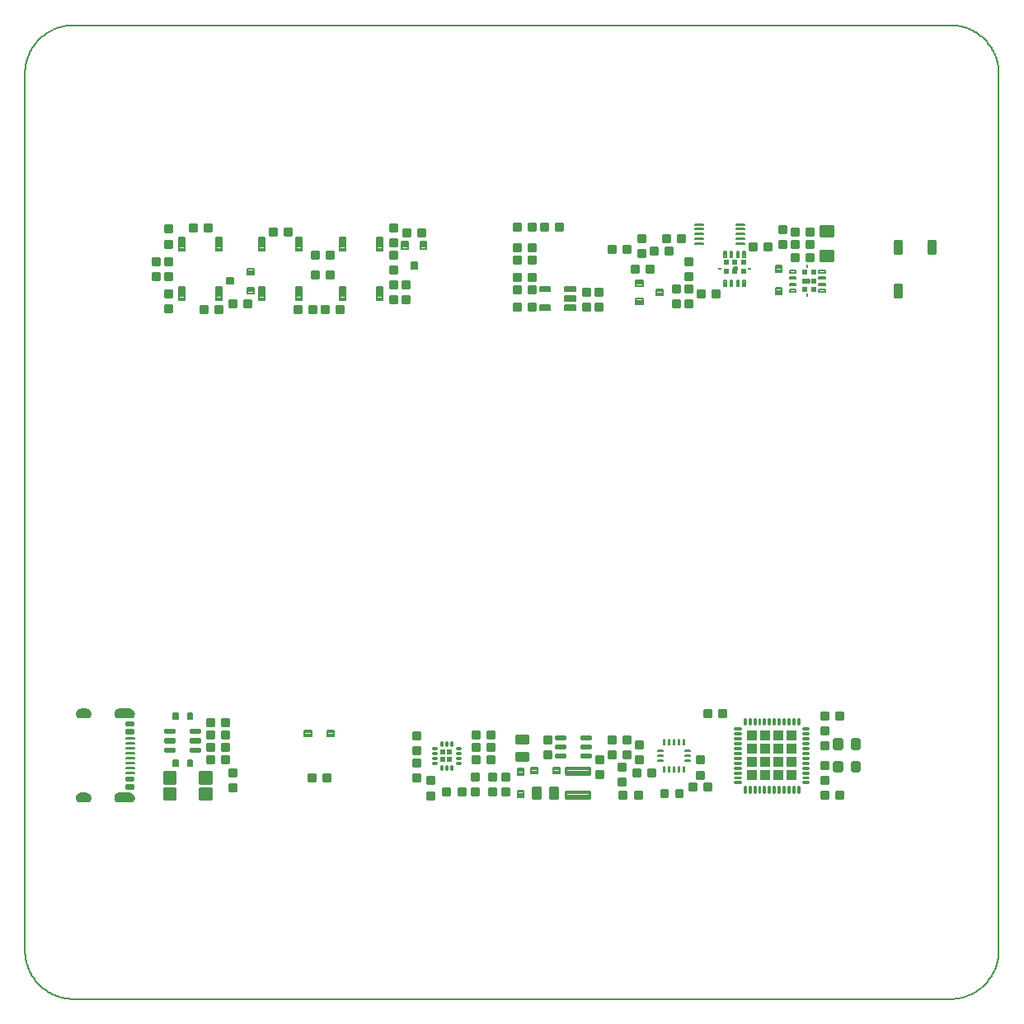
<source format=gbr>
G04 EAGLE Gerber RS-274X export*
G75*
%MOMM*%
%FSLAX34Y34*%
%LPD*%
%INSolderpaste Top*%
%IPPOS*%
%AMOC8*
5,1,8,0,0,1.08239X$1,22.5*%
G01*
%ADD10C,0.127000*%
%ADD11C,0.222250*%
%ADD12C,0.550000*%
%ADD13C,0.225000*%
%ADD14R,1.050000X1.050000*%
%ADD15R,0.500000X0.500000*%
%ADD16C,0.184800*%
%ADD17C,0.369600*%
%ADD18C,0.363000*%
%ADD19C,0.254000*%
%ADD20C,0.200000*%
%ADD21C,0.285000*%
%ADD22C,0.350000*%
%ADD23C,0.150000*%
%ADD24C,0.165000*%
%ADD25R,0.508000X0.508000*%
%ADD26R,0.394284X0.220853*%
%ADD27R,0.394281X0.220850*%
%ADD28C,0.317500*%
%ADD29C,0.190500*%
%ADD30R,0.220853X0.394284*%
%ADD31R,0.220850X0.394281*%

G36*
X108085Y131754D02*
X108085Y131754D01*
X108088Y131751D01*
X109183Y131931D01*
X109189Y131937D01*
X109194Y131934D01*
X110222Y132353D01*
X110226Y132360D01*
X110231Y132358D01*
X111140Y132996D01*
X111143Y133003D01*
X111148Y133003D01*
X111892Y133826D01*
X111893Y133834D01*
X111899Y133835D01*
X112441Y134803D01*
X112440Y134812D01*
X112446Y134814D01*
X112759Y135878D01*
X112756Y135886D01*
X112761Y135889D01*
X112829Y136997D01*
X112825Y137004D01*
X112829Y137007D01*
X112659Y138115D01*
X112653Y138121D01*
X112656Y138126D01*
X112244Y139168D01*
X112237Y139172D01*
X112239Y139177D01*
X111605Y140102D01*
X111597Y140104D01*
X111598Y140110D01*
X110775Y140870D01*
X110766Y140871D01*
X110766Y140877D01*
X109794Y141434D01*
X109786Y141433D01*
X109784Y141439D01*
X108712Y141766D01*
X108704Y141763D01*
X108701Y141768D01*
X107584Y141849D01*
X107581Y141848D01*
X107580Y141849D01*
X95580Y141849D01*
X95577Y141847D01*
X95570Y141847D01*
X95569Y141848D01*
X94625Y141629D01*
X94619Y141623D01*
X94614Y141625D01*
X93742Y141202D01*
X93739Y141194D01*
X93733Y141196D01*
X92977Y140589D01*
X92975Y140581D01*
X92969Y140581D01*
X92368Y139821D01*
X92368Y139812D01*
X92362Y139811D01*
X91944Y138936D01*
X91946Y138928D01*
X91941Y138926D01*
X91729Y137980D01*
X91732Y137973D01*
X91727Y137969D01*
X91731Y137000D01*
X91731Y136999D01*
X91750Y135931D01*
X91755Y135924D01*
X91751Y135920D01*
X92007Y134883D01*
X92014Y134878D01*
X92011Y134872D01*
X92492Y133918D01*
X92499Y133915D01*
X92498Y133909D01*
X93179Y133086D01*
X93187Y133084D01*
X93187Y133078D01*
X94034Y132427D01*
X94042Y132427D01*
X94043Y132421D01*
X95014Y131974D01*
X95022Y131976D01*
X95024Y131971D01*
X96070Y131752D01*
X96077Y131755D01*
X96080Y131751D01*
X108080Y131751D01*
X108085Y131754D01*
G37*
G36*
X108085Y218155D02*
X108085Y218155D01*
X108088Y218151D01*
X109194Y218344D01*
X109199Y218349D01*
X109199Y218350D01*
X109204Y218347D01*
X110239Y218780D01*
X110243Y218787D01*
X110248Y218785D01*
X111161Y219438D01*
X111163Y219446D01*
X111169Y219445D01*
X111913Y220284D01*
X111914Y220293D01*
X111919Y220293D01*
X112458Y221277D01*
X112457Y221285D01*
X112458Y221286D01*
X112462Y221287D01*
X112463Y221289D01*
X112645Y221930D01*
X112769Y222366D01*
X112767Y222371D01*
X112769Y222373D01*
X112767Y222375D01*
X112771Y222377D01*
X112829Y223497D01*
X112826Y223502D01*
X112829Y223506D01*
X112711Y224551D01*
X112705Y224557D01*
X112709Y224562D01*
X112361Y225556D01*
X112354Y225560D01*
X112356Y225565D01*
X111796Y226457D01*
X111789Y226460D01*
X111789Y226465D01*
X111045Y227209D01*
X111037Y227211D01*
X111037Y227216D01*
X110145Y227776D01*
X110137Y227776D01*
X110136Y227781D01*
X109142Y228129D01*
X109134Y228126D01*
X109131Y228131D01*
X108086Y228249D01*
X108082Y228247D01*
X108080Y228249D01*
X96080Y228249D01*
X96077Y228247D01*
X96074Y228247D01*
X96072Y228249D01*
X95076Y228091D01*
X95070Y228085D01*
X95065Y228088D01*
X94129Y227713D01*
X94125Y227706D01*
X94119Y227708D01*
X93290Y227134D01*
X93287Y227126D01*
X93282Y227127D01*
X92601Y226383D01*
X92600Y226374D01*
X92594Y226374D01*
X92096Y225497D01*
X92097Y225489D01*
X92092Y225486D01*
X91904Y224862D01*
X91801Y224521D01*
X91802Y224518D01*
X91801Y224517D01*
X91804Y224513D01*
X91799Y224510D01*
X91731Y223503D01*
X91732Y223501D01*
X91731Y223500D01*
X91740Y222419D01*
X91745Y222412D01*
X91741Y222408D01*
X91991Y221356D01*
X91997Y221351D01*
X91994Y221346D01*
X92471Y220376D01*
X92479Y220373D01*
X92477Y220367D01*
X93158Y219528D01*
X93166Y219526D01*
X93166Y219520D01*
X94017Y218854D01*
X94025Y218853D01*
X94026Y218848D01*
X95003Y218387D01*
X95011Y218389D01*
X95014Y218384D01*
X96069Y218152D01*
X96077Y218155D01*
X96080Y218151D01*
X108080Y218151D01*
X108085Y218155D01*
G37*
G36*
X63284Y131754D02*
X63284Y131754D01*
X63286Y131751D01*
X64419Y131901D01*
X64425Y131907D01*
X64430Y131904D01*
X65500Y132302D01*
X65504Y132309D01*
X65510Y132307D01*
X66465Y132934D01*
X66468Y132942D01*
X66473Y132941D01*
X67265Y133764D01*
X67266Y133772D01*
X67272Y133773D01*
X67861Y134752D01*
X67860Y134760D01*
X67865Y134762D01*
X68221Y135847D01*
X68219Y135855D01*
X68223Y135858D01*
X68329Y136995D01*
X68324Y137004D01*
X68328Y137009D01*
X68121Y138146D01*
X68115Y138152D01*
X68118Y138157D01*
X67663Y139219D01*
X67656Y139223D01*
X67658Y139229D01*
X66978Y140164D01*
X66970Y140166D01*
X66971Y140172D01*
X66100Y140932D01*
X66092Y140932D01*
X66091Y140938D01*
X65072Y141485D01*
X65064Y141484D01*
X65062Y141489D01*
X63948Y141796D01*
X63940Y141793D01*
X63937Y141798D01*
X62782Y141849D01*
X62781Y141848D01*
X62780Y141849D01*
X56780Y141849D01*
X56777Y141847D01*
X56772Y141847D01*
X56771Y141848D01*
X55690Y141636D01*
X55685Y141630D01*
X55680Y141633D01*
X54674Y141186D01*
X54670Y141179D01*
X54664Y141181D01*
X53783Y140521D01*
X53780Y140513D01*
X53775Y140513D01*
X53062Y139674D01*
X53062Y139666D01*
X53056Y139665D01*
X52548Y138688D01*
X52549Y138680D01*
X52544Y138678D01*
X52266Y137613D01*
X52269Y137605D01*
X52265Y137602D01*
X52231Y136502D01*
X52235Y136496D01*
X52231Y136493D01*
X52386Y135418D01*
X52392Y135412D01*
X52389Y135407D01*
X52779Y134393D01*
X52786Y134389D01*
X52785Y134383D01*
X53391Y133481D01*
X53399Y133479D01*
X53398Y133473D01*
X54190Y132729D01*
X54198Y132728D01*
X54198Y132722D01*
X55136Y132173D01*
X55144Y132174D01*
X55146Y132168D01*
X56182Y131841D01*
X56190Y131844D01*
X56193Y131839D01*
X57276Y131751D01*
X57279Y131753D01*
X57280Y131751D01*
X63280Y131751D01*
X63284Y131754D01*
G37*
G36*
X63283Y218153D02*
X63283Y218153D01*
X63285Y218151D01*
X64377Y218252D01*
X64383Y218257D01*
X64388Y218254D01*
X65431Y218595D01*
X65436Y218602D01*
X65441Y218600D01*
X66382Y219164D01*
X66385Y219172D01*
X66391Y219171D01*
X67183Y219931D01*
X67184Y219939D01*
X67190Y219940D01*
X67793Y220857D01*
X67792Y220865D01*
X67798Y220867D01*
X68181Y221895D01*
X68179Y221903D01*
X68184Y221906D01*
X68329Y222994D01*
X68325Y223001D01*
X68329Y223005D01*
X68223Y224142D01*
X68218Y224148D01*
X68221Y224153D01*
X67865Y225238D01*
X67858Y225243D01*
X67861Y225248D01*
X67272Y226227D01*
X67264Y226230D01*
X67265Y226236D01*
X66473Y227059D01*
X66465Y227060D01*
X66465Y227066D01*
X65510Y227693D01*
X65502Y227692D01*
X65500Y227698D01*
X64430Y228096D01*
X64422Y228094D01*
X64419Y228099D01*
X63286Y228249D01*
X63283Y228247D01*
X63282Y228247D01*
X63280Y228249D01*
X57280Y228249D01*
X57277Y228247D01*
X57275Y228247D01*
X57274Y228249D01*
X56141Y228099D01*
X56135Y228093D01*
X56130Y228096D01*
X55060Y227698D01*
X55056Y227691D01*
X55050Y227693D01*
X54095Y227066D01*
X54092Y227058D01*
X54087Y227059D01*
X53295Y226236D01*
X53294Y226228D01*
X53288Y226227D01*
X52699Y225248D01*
X52700Y225240D01*
X52695Y225238D01*
X52339Y224153D01*
X52342Y224145D01*
X52337Y224142D01*
X52231Y223005D01*
X52235Y222998D01*
X52231Y222994D01*
X52376Y221906D01*
X52382Y221900D01*
X52379Y221895D01*
X52763Y220867D01*
X52769Y220862D01*
X52768Y220857D01*
X53370Y219940D01*
X53378Y219937D01*
X53377Y219931D01*
X54169Y219171D01*
X54177Y219170D01*
X54178Y219164D01*
X55119Y218600D01*
X55127Y218601D01*
X55129Y218595D01*
X56172Y218254D01*
X56180Y218256D01*
X56183Y218252D01*
X57276Y218151D01*
X57278Y218153D01*
X57280Y218151D01*
X63280Y218151D01*
X63283Y218153D01*
G37*
D10*
X950000Y-70000D02*
X50000Y-70000D01*
X0Y-20000D02*
X0Y880000D01*
X50000Y930000D02*
X950000Y930000D01*
X50000Y930000D02*
X48792Y929985D01*
X47584Y929942D01*
X46378Y929869D01*
X45174Y929767D01*
X43973Y929635D01*
X42776Y929475D01*
X41582Y929286D01*
X40394Y929069D01*
X39211Y928822D01*
X38034Y928547D01*
X36865Y928244D01*
X35703Y927912D01*
X34549Y927553D01*
X33405Y927166D01*
X32270Y926751D01*
X31145Y926309D01*
X30032Y925840D01*
X28930Y925344D01*
X27840Y924821D01*
X26764Y924273D01*
X25701Y923698D01*
X24652Y923098D01*
X23618Y922473D01*
X22599Y921824D01*
X21597Y921149D01*
X20611Y920451D01*
X19642Y919729D01*
X18691Y918984D01*
X17758Y918216D01*
X16844Y917426D01*
X15949Y916613D01*
X15074Y915780D01*
X14220Y914926D01*
X13387Y914051D01*
X12574Y913156D01*
X11784Y912242D01*
X11016Y911309D01*
X10271Y910358D01*
X9549Y909389D01*
X8851Y908403D01*
X8176Y907401D01*
X7527Y906382D01*
X6902Y905348D01*
X6302Y904299D01*
X5727Y903236D01*
X5179Y902160D01*
X4656Y901070D01*
X4160Y899968D01*
X3691Y898855D01*
X3249Y897730D01*
X2834Y896595D01*
X2447Y895451D01*
X2088Y894297D01*
X1756Y893135D01*
X1453Y891966D01*
X1178Y890789D01*
X931Y889606D01*
X714Y888418D01*
X525Y887224D01*
X365Y886027D01*
X233Y884826D01*
X131Y883622D01*
X58Y882416D01*
X15Y881208D01*
X0Y880000D01*
X0Y-20000D02*
X15Y-21208D01*
X58Y-22416D01*
X131Y-23622D01*
X233Y-24826D01*
X365Y-26027D01*
X525Y-27224D01*
X714Y-28418D01*
X931Y-29606D01*
X1178Y-30789D01*
X1453Y-31966D01*
X1756Y-33135D01*
X2088Y-34297D01*
X2447Y-35451D01*
X2834Y-36595D01*
X3249Y-37730D01*
X3691Y-38855D01*
X4160Y-39968D01*
X4656Y-41070D01*
X5179Y-42160D01*
X5727Y-43236D01*
X6302Y-44299D01*
X6902Y-45348D01*
X7527Y-46382D01*
X8176Y-47401D01*
X8851Y-48403D01*
X9549Y-49389D01*
X10271Y-50358D01*
X11016Y-51309D01*
X11784Y-52242D01*
X12574Y-53156D01*
X13387Y-54051D01*
X14220Y-54926D01*
X15074Y-55780D01*
X15949Y-56613D01*
X16844Y-57426D01*
X17758Y-58216D01*
X18691Y-58984D01*
X19642Y-59729D01*
X20611Y-60451D01*
X21597Y-61149D01*
X22599Y-61824D01*
X23618Y-62473D01*
X24652Y-63098D01*
X25701Y-63698D01*
X26764Y-64273D01*
X27840Y-64821D01*
X28930Y-65344D01*
X30032Y-65840D01*
X31145Y-66309D01*
X32270Y-66751D01*
X33405Y-67166D01*
X34549Y-67553D01*
X35703Y-67912D01*
X36865Y-68244D01*
X38034Y-68547D01*
X39211Y-68822D01*
X40394Y-69069D01*
X41582Y-69286D01*
X42776Y-69475D01*
X43973Y-69635D01*
X45174Y-69767D01*
X46378Y-69869D01*
X47584Y-69942D01*
X48792Y-69985D01*
X50000Y-70000D01*
X950000Y-70000D02*
X951208Y-69985D01*
X952416Y-69942D01*
X953622Y-69869D01*
X954826Y-69767D01*
X956027Y-69635D01*
X957224Y-69475D01*
X958418Y-69286D01*
X959606Y-69069D01*
X960789Y-68822D01*
X961966Y-68547D01*
X963135Y-68244D01*
X964297Y-67912D01*
X965451Y-67553D01*
X966595Y-67166D01*
X967730Y-66751D01*
X968855Y-66309D01*
X969968Y-65840D01*
X971070Y-65344D01*
X972160Y-64821D01*
X973236Y-64273D01*
X974299Y-63698D01*
X975348Y-63098D01*
X976382Y-62473D01*
X977401Y-61824D01*
X978403Y-61149D01*
X979389Y-60451D01*
X980358Y-59729D01*
X981309Y-58984D01*
X982242Y-58216D01*
X983156Y-57426D01*
X984051Y-56613D01*
X984926Y-55780D01*
X985780Y-54926D01*
X986613Y-54051D01*
X987426Y-53156D01*
X988216Y-52242D01*
X988984Y-51309D01*
X989729Y-50358D01*
X990451Y-49389D01*
X991149Y-48403D01*
X991824Y-47401D01*
X992473Y-46382D01*
X993098Y-45348D01*
X993698Y-44299D01*
X994273Y-43236D01*
X994821Y-42160D01*
X995344Y-41070D01*
X995840Y-39968D01*
X996309Y-38855D01*
X996751Y-37730D01*
X997166Y-36595D01*
X997553Y-35451D01*
X997912Y-34297D01*
X998244Y-33135D01*
X998547Y-31966D01*
X998822Y-30789D01*
X999069Y-29606D01*
X999286Y-28418D01*
X999475Y-27224D01*
X999635Y-26027D01*
X999767Y-24826D01*
X999869Y-23622D01*
X999942Y-22416D01*
X999985Y-21208D01*
X1000000Y-20000D01*
X1000000Y880000D01*
X999985Y881208D01*
X999942Y882416D01*
X999869Y883622D01*
X999767Y884826D01*
X999635Y886027D01*
X999475Y887224D01*
X999286Y888418D01*
X999069Y889606D01*
X998822Y890789D01*
X998547Y891966D01*
X998244Y893135D01*
X997912Y894297D01*
X997553Y895451D01*
X997166Y896595D01*
X996751Y897730D01*
X996309Y898855D01*
X995840Y899968D01*
X995344Y901070D01*
X994821Y902160D01*
X994273Y903236D01*
X993698Y904299D01*
X993098Y905348D01*
X992473Y906382D01*
X991824Y907401D01*
X991149Y908403D01*
X990451Y909389D01*
X989729Y910358D01*
X988984Y911309D01*
X988216Y912242D01*
X987426Y913156D01*
X986613Y914051D01*
X985780Y914926D01*
X984926Y915780D01*
X984051Y916613D01*
X983156Y917426D01*
X982242Y918216D01*
X981309Y918984D01*
X980358Y919729D01*
X979389Y920451D01*
X978403Y921149D01*
X977401Y921824D01*
X976382Y922473D01*
X975348Y923098D01*
X974299Y923698D01*
X973236Y924273D01*
X972160Y924821D01*
X971070Y925344D01*
X969968Y925840D01*
X968855Y926309D01*
X967730Y926751D01*
X966595Y927166D01*
X965451Y927553D01*
X964297Y927912D01*
X963135Y928244D01*
X961966Y928547D01*
X960789Y928822D01*
X959606Y929069D01*
X958418Y929286D01*
X957224Y929475D01*
X956027Y929635D01*
X954826Y929767D01*
X953622Y929869D01*
X952416Y929942D01*
X951208Y929985D01*
X950000Y930000D01*
D11*
X209546Y165554D02*
X209546Y158886D01*
X209546Y165554D02*
X216214Y165554D01*
X216214Y158886D01*
X209546Y158886D01*
X209546Y160998D02*
X216214Y160998D01*
X216214Y163110D02*
X209546Y163110D01*
X209546Y165222D02*
X216214Y165222D01*
X209546Y150314D02*
X209546Y143646D01*
X209546Y150314D02*
X216214Y150314D01*
X216214Y143646D01*
X209546Y143646D01*
X209546Y145758D02*
X216214Y145758D01*
X216214Y147870D02*
X209546Y147870D01*
X209546Y149982D02*
X216214Y149982D01*
X817876Y202066D02*
X817876Y208734D01*
X824544Y208734D01*
X824544Y202066D01*
X817876Y202066D01*
X817876Y204178D02*
X824544Y204178D01*
X824544Y206290D02*
X817876Y206290D01*
X817876Y208402D02*
X824544Y208402D01*
X817876Y193494D02*
X817876Y186826D01*
X817876Y193494D02*
X824544Y193494D01*
X824544Y186826D01*
X817876Y186826D01*
X817876Y188938D02*
X824544Y188938D01*
X824544Y191050D02*
X817876Y191050D01*
X817876Y193162D02*
X824544Y193162D01*
D12*
X850320Y195250D02*
X850320Y187750D01*
X850320Y195250D02*
X855820Y195250D01*
X855820Y187750D01*
X850320Y187750D01*
X850320Y192975D02*
X855820Y192975D01*
X832320Y172250D02*
X832320Y164750D01*
X832320Y172250D02*
X837820Y172250D01*
X837820Y164750D01*
X832320Y164750D01*
X832320Y169975D02*
X837820Y169975D01*
X850320Y172250D02*
X850320Y164750D01*
X850320Y172250D02*
X855820Y172250D01*
X855820Y164750D01*
X850320Y164750D01*
X850320Y169975D02*
X855820Y169975D01*
X832320Y187750D02*
X832320Y195250D01*
X837820Y195250D01*
X837820Y187750D01*
X832320Y187750D01*
X832320Y192975D02*
X837820Y192975D01*
D11*
X824544Y157934D02*
X824544Y151266D01*
X817876Y151266D01*
X817876Y157934D01*
X824544Y157934D01*
X824544Y153378D02*
X817876Y153378D01*
X817876Y155490D02*
X824544Y155490D01*
X824544Y157602D02*
X817876Y157602D01*
X824544Y166506D02*
X824544Y173174D01*
X824544Y166506D02*
X817876Y166506D01*
X817876Y173174D01*
X824544Y173174D01*
X824544Y168618D02*
X817876Y168618D01*
X817876Y170730D02*
X824544Y170730D01*
X824544Y172842D02*
X817876Y172842D01*
X193354Y185556D02*
X186686Y185556D01*
X186686Y192224D01*
X193354Y192224D01*
X193354Y185556D01*
X193354Y187668D02*
X186686Y187668D01*
X186686Y189780D02*
X193354Y189780D01*
X193354Y191892D02*
X186686Y191892D01*
X201926Y185556D02*
X208594Y185556D01*
X201926Y185556D02*
X201926Y192224D01*
X208594Y192224D01*
X208594Y185556D01*
X208594Y187668D02*
X201926Y187668D01*
X201926Y189780D02*
X208594Y189780D01*
X208594Y191892D02*
X201926Y191892D01*
X193354Y198256D02*
X186686Y198256D01*
X186686Y204924D01*
X193354Y204924D01*
X193354Y198256D01*
X193354Y200368D02*
X186686Y200368D01*
X186686Y202480D02*
X193354Y202480D01*
X193354Y204592D02*
X186686Y204592D01*
X201926Y198256D02*
X208594Y198256D01*
X201926Y198256D02*
X201926Y204924D01*
X208594Y204924D01*
X208594Y198256D01*
X208594Y200368D02*
X201926Y200368D01*
X201926Y202480D02*
X208594Y202480D01*
X208594Y204592D02*
X201926Y204592D01*
X833116Y223974D02*
X839784Y223974D01*
X839784Y217306D01*
X833116Y217306D01*
X833116Y223974D01*
X833116Y219418D02*
X839784Y219418D01*
X839784Y221530D02*
X833116Y221530D01*
X833116Y223642D02*
X839784Y223642D01*
X824544Y223974D02*
X817876Y223974D01*
X824544Y223974D02*
X824544Y217306D01*
X817876Y217306D01*
X817876Y223974D01*
X817876Y219418D02*
X824544Y219418D01*
X824544Y221530D02*
X817876Y221530D01*
X817876Y223642D02*
X824544Y223642D01*
X688654Y144662D02*
X681986Y144662D01*
X681986Y151330D01*
X688654Y151330D01*
X688654Y144662D01*
X688654Y146774D02*
X681986Y146774D01*
X681986Y148886D02*
X688654Y148886D01*
X688654Y150998D02*
X681986Y150998D01*
X697226Y144662D02*
X703894Y144662D01*
X697226Y144662D02*
X697226Y151330D01*
X703894Y151330D01*
X703894Y144662D01*
X703894Y146774D02*
X697226Y146774D01*
X697226Y148886D02*
X703894Y148886D01*
X703894Y150998D02*
X697226Y150998D01*
X817876Y136026D02*
X824544Y136026D01*
X817876Y136026D02*
X817876Y142694D01*
X824544Y142694D01*
X824544Y136026D01*
X824544Y138138D02*
X817876Y138138D01*
X817876Y140250D02*
X824544Y140250D01*
X824544Y142362D02*
X817876Y142362D01*
X833116Y136026D02*
X839784Y136026D01*
X833116Y136026D02*
X833116Y142694D01*
X839784Y142694D01*
X839784Y136026D01*
X839784Y138138D02*
X833116Y138138D01*
X833116Y140250D02*
X839784Y140250D01*
X839784Y142362D02*
X833116Y142362D01*
D13*
X739475Y142125D02*
X739475Y147875D01*
X739475Y142125D02*
X738725Y142125D01*
X738725Y147875D01*
X739475Y147875D01*
X739475Y144262D02*
X738725Y144262D01*
X738725Y146399D02*
X739475Y146399D01*
X744475Y147875D02*
X744475Y142125D01*
X743725Y142125D01*
X743725Y147875D01*
X744475Y147875D01*
X744475Y144262D02*
X743725Y144262D01*
X743725Y146399D02*
X744475Y146399D01*
X749475Y147875D02*
X749475Y142125D01*
X748725Y142125D01*
X748725Y147875D01*
X749475Y147875D01*
X749475Y144262D02*
X748725Y144262D01*
X748725Y146399D02*
X749475Y146399D01*
X754475Y147875D02*
X754475Y142125D01*
X753725Y142125D01*
X753725Y147875D01*
X754475Y147875D01*
X754475Y144262D02*
X753725Y144262D01*
X753725Y146399D02*
X754475Y146399D01*
X759475Y147875D02*
X759475Y142125D01*
X758725Y142125D01*
X758725Y147875D01*
X759475Y147875D01*
X759475Y144262D02*
X758725Y144262D01*
X758725Y146399D02*
X759475Y146399D01*
X764475Y147875D02*
X764475Y142125D01*
X763725Y142125D01*
X763725Y147875D01*
X764475Y147875D01*
X764475Y144262D02*
X763725Y144262D01*
X763725Y146399D02*
X764475Y146399D01*
X769475Y147875D02*
X769475Y142125D01*
X768725Y142125D01*
X768725Y147875D01*
X769475Y147875D01*
X769475Y144262D02*
X768725Y144262D01*
X768725Y146399D02*
X769475Y146399D01*
X774475Y147875D02*
X774475Y142125D01*
X773725Y142125D01*
X773725Y147875D01*
X774475Y147875D01*
X774475Y144262D02*
X773725Y144262D01*
X773725Y146399D02*
X774475Y146399D01*
X779475Y147875D02*
X779475Y142125D01*
X778725Y142125D01*
X778725Y147875D01*
X779475Y147875D01*
X779475Y144262D02*
X778725Y144262D01*
X778725Y146399D02*
X779475Y146399D01*
X784475Y147875D02*
X784475Y142125D01*
X783725Y142125D01*
X783725Y147875D01*
X784475Y147875D01*
X784475Y144262D02*
X783725Y144262D01*
X783725Y146399D02*
X784475Y146399D01*
X789475Y147875D02*
X789475Y142125D01*
X788725Y142125D01*
X788725Y147875D01*
X789475Y147875D01*
X789475Y144262D02*
X788725Y144262D01*
X788725Y146399D02*
X789475Y146399D01*
X794475Y147875D02*
X794475Y142125D01*
X793725Y142125D01*
X793725Y147875D01*
X794475Y147875D01*
X794475Y144262D02*
X793725Y144262D01*
X793725Y146399D02*
X794475Y146399D01*
X798725Y152875D02*
X804475Y152875D01*
X804475Y152125D01*
X798725Y152125D01*
X798725Y152875D01*
X798725Y157875D02*
X804475Y157875D01*
X804475Y157125D01*
X798725Y157125D01*
X798725Y157875D01*
X798725Y162875D02*
X804475Y162875D01*
X804475Y162125D01*
X798725Y162125D01*
X798725Y162875D01*
X798725Y167875D02*
X804475Y167875D01*
X804475Y167125D01*
X798725Y167125D01*
X798725Y167875D01*
X798725Y172875D02*
X804475Y172875D01*
X804475Y172125D01*
X798725Y172125D01*
X798725Y172875D01*
X798725Y177875D02*
X804475Y177875D01*
X804475Y177125D01*
X798725Y177125D01*
X798725Y177875D01*
X798725Y182875D02*
X804475Y182875D01*
X804475Y182125D01*
X798725Y182125D01*
X798725Y182875D01*
X798725Y187875D02*
X804475Y187875D01*
X804475Y187125D01*
X798725Y187125D01*
X798725Y187875D01*
X798725Y192875D02*
X804475Y192875D01*
X804475Y192125D01*
X798725Y192125D01*
X798725Y192875D01*
X798725Y197875D02*
X804475Y197875D01*
X804475Y197125D01*
X798725Y197125D01*
X798725Y197875D01*
X798725Y202875D02*
X804475Y202875D01*
X804475Y202125D01*
X798725Y202125D01*
X798725Y202875D01*
X798725Y207875D02*
X804475Y207875D01*
X804475Y207125D01*
X798725Y207125D01*
X798725Y207875D01*
X793725Y212125D02*
X793725Y217875D01*
X794475Y217875D01*
X794475Y212125D01*
X793725Y212125D01*
X793725Y214262D02*
X794475Y214262D01*
X794475Y216399D02*
X793725Y216399D01*
X788725Y217875D02*
X788725Y212125D01*
X788725Y217875D02*
X789475Y217875D01*
X789475Y212125D01*
X788725Y212125D01*
X788725Y214262D02*
X789475Y214262D01*
X789475Y216399D02*
X788725Y216399D01*
X783725Y217875D02*
X783725Y212125D01*
X783725Y217875D02*
X784475Y217875D01*
X784475Y212125D01*
X783725Y212125D01*
X783725Y214262D02*
X784475Y214262D01*
X784475Y216399D02*
X783725Y216399D01*
X778725Y217875D02*
X778725Y212125D01*
X778725Y217875D02*
X779475Y217875D01*
X779475Y212125D01*
X778725Y212125D01*
X778725Y214262D02*
X779475Y214262D01*
X779475Y216399D02*
X778725Y216399D01*
X773725Y217875D02*
X773725Y212125D01*
X773725Y217875D02*
X774475Y217875D01*
X774475Y212125D01*
X773725Y212125D01*
X773725Y214262D02*
X774475Y214262D01*
X774475Y216399D02*
X773725Y216399D01*
X768725Y217875D02*
X768725Y212125D01*
X768725Y217875D02*
X769475Y217875D01*
X769475Y212125D01*
X768725Y212125D01*
X768725Y214262D02*
X769475Y214262D01*
X769475Y216399D02*
X768725Y216399D01*
X763725Y217875D02*
X763725Y212125D01*
X763725Y217875D02*
X764475Y217875D01*
X764475Y212125D01*
X763725Y212125D01*
X763725Y214262D02*
X764475Y214262D01*
X764475Y216399D02*
X763725Y216399D01*
X758725Y217875D02*
X758725Y212125D01*
X758725Y217875D02*
X759475Y217875D01*
X759475Y212125D01*
X758725Y212125D01*
X758725Y214262D02*
X759475Y214262D01*
X759475Y216399D02*
X758725Y216399D01*
X753725Y217875D02*
X753725Y212125D01*
X753725Y217875D02*
X754475Y217875D01*
X754475Y212125D01*
X753725Y212125D01*
X753725Y214262D02*
X754475Y214262D01*
X754475Y216399D02*
X753725Y216399D01*
X748725Y217875D02*
X748725Y212125D01*
X748725Y217875D02*
X749475Y217875D01*
X749475Y212125D01*
X748725Y212125D01*
X748725Y214262D02*
X749475Y214262D01*
X749475Y216399D02*
X748725Y216399D01*
X743725Y217875D02*
X743725Y212125D01*
X743725Y217875D02*
X744475Y217875D01*
X744475Y212125D01*
X743725Y212125D01*
X743725Y214262D02*
X744475Y214262D01*
X744475Y216399D02*
X743725Y216399D01*
X738725Y217875D02*
X738725Y212125D01*
X738725Y217875D02*
X739475Y217875D01*
X739475Y212125D01*
X738725Y212125D01*
X738725Y214262D02*
X739475Y214262D01*
X739475Y216399D02*
X738725Y216399D01*
X734475Y207125D02*
X728725Y207125D01*
X728725Y207875D01*
X734475Y207875D01*
X734475Y207125D01*
X734475Y202125D02*
X728725Y202125D01*
X728725Y202875D01*
X734475Y202875D01*
X734475Y202125D01*
X734475Y197125D02*
X728725Y197125D01*
X728725Y197875D01*
X734475Y197875D01*
X734475Y197125D01*
X734475Y192125D02*
X728725Y192125D01*
X728725Y192875D01*
X734475Y192875D01*
X734475Y192125D01*
X734475Y187125D02*
X728725Y187125D01*
X728725Y187875D01*
X734475Y187875D01*
X734475Y187125D01*
X734475Y182125D02*
X728725Y182125D01*
X728725Y182875D01*
X734475Y182875D01*
X734475Y182125D01*
X734475Y177125D02*
X728725Y177125D01*
X728725Y177875D01*
X734475Y177875D01*
X734475Y177125D01*
X734475Y172125D02*
X728725Y172125D01*
X728725Y172875D01*
X734475Y172875D01*
X734475Y172125D01*
X734475Y167125D02*
X728725Y167125D01*
X728725Y167875D01*
X734475Y167875D01*
X734475Y167125D01*
X734475Y162125D02*
X728725Y162125D01*
X728725Y162875D01*
X734475Y162875D01*
X734475Y162125D01*
X734475Y157125D02*
X728725Y157125D01*
X728725Y157875D01*
X734475Y157875D01*
X734475Y157125D01*
X734475Y152125D02*
X728725Y152125D01*
X728725Y152875D01*
X734475Y152875D01*
X734475Y152125D01*
D14*
X786850Y159750D03*
X773350Y159750D03*
X786850Y173250D03*
X773350Y173250D03*
X759850Y159750D03*
X746350Y159750D03*
X759850Y173250D03*
X746350Y173250D03*
X786850Y186750D03*
X773350Y186750D03*
X786850Y200250D03*
X773350Y200250D03*
X759850Y186750D03*
X746350Y186750D03*
X759850Y200250D03*
X746350Y200250D03*
D13*
X427965Y169625D02*
X427965Y166075D01*
X427215Y166075D01*
X427215Y169625D01*
X427965Y169625D01*
X427965Y168212D02*
X427215Y168212D01*
X432965Y169625D02*
X432965Y166075D01*
X432215Y166075D01*
X432215Y169625D01*
X432965Y169625D01*
X432965Y168212D02*
X432215Y168212D01*
X437965Y169625D02*
X437965Y166075D01*
X437215Y166075D01*
X437215Y169625D01*
X437965Y169625D01*
X437965Y168212D02*
X437215Y168212D01*
X442965Y172875D02*
X446515Y172875D01*
X446515Y172125D01*
X442965Y172125D01*
X442965Y172875D01*
X442965Y177875D02*
X446515Y177875D01*
X446515Y177125D01*
X442965Y177125D01*
X442965Y177875D01*
X442965Y182875D02*
X446515Y182875D01*
X446515Y182125D01*
X442965Y182125D01*
X442965Y182875D01*
X442965Y187875D02*
X446515Y187875D01*
X446515Y187125D01*
X442965Y187125D01*
X442965Y187875D01*
X437215Y190375D02*
X437215Y193925D01*
X437965Y193925D01*
X437965Y190375D01*
X437215Y190375D01*
X437215Y192512D02*
X437965Y192512D01*
X432215Y193925D02*
X432215Y190375D01*
X432215Y193925D02*
X432965Y193925D01*
X432965Y190375D01*
X432215Y190375D01*
X432215Y192512D02*
X432965Y192512D01*
X427215Y193925D02*
X427215Y190375D01*
X427215Y193925D02*
X427965Y193925D01*
X427965Y190375D01*
X427215Y190375D01*
X427215Y192512D02*
X427965Y192512D01*
X422215Y187125D02*
X418665Y187125D01*
X418665Y187875D01*
X422215Y187875D01*
X422215Y187125D01*
X422215Y182125D02*
X418665Y182125D01*
X418665Y182875D01*
X422215Y182875D01*
X422215Y182125D01*
X422215Y177125D02*
X418665Y177125D01*
X418665Y177875D01*
X422215Y177875D01*
X422215Y177125D01*
X422215Y172125D02*
X418665Y172125D01*
X418665Y172875D01*
X422215Y172875D01*
X422215Y172125D01*
D15*
X429090Y183500D03*
X429090Y176500D03*
X436090Y176500D03*
X436090Y183500D03*
D16*
X103804Y172976D02*
X103804Y172024D01*
X103804Y172976D02*
X111956Y172976D01*
X111956Y172024D01*
X103804Y172024D01*
X103804Y177024D02*
X103804Y177976D01*
X111956Y177976D01*
X111956Y177024D01*
X103804Y177024D01*
D17*
X104728Y148702D02*
X104728Y146798D01*
X104728Y148702D02*
X111032Y148702D01*
X111032Y146798D01*
X104728Y146798D01*
X104728Y154548D02*
X104728Y156452D01*
X111032Y156452D01*
X111032Y154548D01*
X104728Y154548D01*
D16*
X103804Y162024D02*
X103804Y162976D01*
X111956Y162976D01*
X111956Y162024D01*
X103804Y162024D01*
X103804Y167024D02*
X103804Y167976D01*
X111956Y167976D01*
X111956Y167024D01*
X103804Y167024D01*
X111956Y187024D02*
X111956Y187976D01*
X111956Y187024D02*
X103804Y187024D01*
X103804Y187976D01*
X111956Y187976D01*
X111956Y182976D02*
X111956Y182024D01*
X103804Y182024D01*
X103804Y182976D01*
X111956Y182976D01*
D17*
X111032Y211298D02*
X111032Y213202D01*
X111032Y211298D02*
X104728Y211298D01*
X104728Y213202D01*
X111032Y213202D01*
X111032Y205452D02*
X111032Y203548D01*
X104728Y203548D01*
X104728Y205452D01*
X111032Y205452D01*
D16*
X111956Y197976D02*
X111956Y197024D01*
X103804Y197024D01*
X103804Y197976D01*
X111956Y197976D01*
X111956Y192976D02*
X111956Y192024D01*
X103804Y192024D01*
X103804Y192976D01*
X111956Y192976D01*
D11*
X474976Y204924D02*
X481644Y204924D01*
X481644Y198256D01*
X474976Y198256D01*
X474976Y204924D01*
X474976Y200368D02*
X481644Y200368D01*
X481644Y202480D02*
X474976Y202480D01*
X474976Y204592D02*
X481644Y204592D01*
X466404Y204924D02*
X459736Y204924D01*
X466404Y204924D02*
X466404Y198256D01*
X459736Y198256D01*
X459736Y204924D01*
X459736Y200368D02*
X466404Y200368D01*
X466404Y202480D02*
X459736Y202480D01*
X459736Y204592D02*
X466404Y204592D01*
X474976Y192224D02*
X481644Y192224D01*
X481644Y185556D01*
X474976Y185556D01*
X474976Y192224D01*
X474976Y187668D02*
X481644Y187668D01*
X481644Y189780D02*
X474976Y189780D01*
X474976Y191892D02*
X481644Y191892D01*
X466404Y192224D02*
X459736Y192224D01*
X466404Y192224D02*
X466404Y185556D01*
X459736Y185556D01*
X459736Y192224D01*
X459736Y187668D02*
X466404Y187668D01*
X466404Y189780D02*
X459736Y189780D01*
X459736Y191892D02*
X466404Y191892D01*
X474976Y179524D02*
X481644Y179524D01*
X481644Y172856D01*
X474976Y172856D01*
X474976Y179524D01*
X474976Y174968D02*
X481644Y174968D01*
X481644Y177080D02*
X474976Y177080D01*
X474976Y179192D02*
X481644Y179192D01*
X466404Y179524D02*
X459736Y179524D01*
X466404Y179524D02*
X466404Y172856D01*
X459736Y172856D01*
X459736Y179524D01*
X459736Y174968D02*
X466404Y174968D01*
X466404Y177080D02*
X459736Y177080D01*
X459736Y179192D02*
X466404Y179192D01*
X458466Y161744D02*
X458466Y155076D01*
X458466Y161744D02*
X465134Y161744D01*
X465134Y155076D01*
X458466Y155076D01*
X458466Y157188D02*
X465134Y157188D01*
X465134Y159300D02*
X458466Y159300D01*
X458466Y161412D02*
X465134Y161412D01*
X458466Y146504D02*
X458466Y139836D01*
X458466Y146504D02*
X465134Y146504D01*
X465134Y139836D01*
X458466Y139836D01*
X458466Y141948D02*
X465134Y141948D01*
X465134Y144060D02*
X458466Y144060D01*
X458466Y146172D02*
X465134Y146172D01*
X476246Y155076D02*
X476246Y161744D01*
X482914Y161744D01*
X482914Y155076D01*
X476246Y155076D01*
X476246Y157188D02*
X482914Y157188D01*
X482914Y159300D02*
X476246Y159300D01*
X476246Y161412D02*
X482914Y161412D01*
X476246Y146504D02*
X476246Y139836D01*
X476246Y146504D02*
X482914Y146504D01*
X482914Y139836D01*
X476246Y139836D01*
X476246Y141948D02*
X482914Y141948D01*
X482914Y144060D02*
X476246Y144060D01*
X476246Y146172D02*
X482914Y146172D01*
X398776Y169046D02*
X398776Y175714D01*
X405444Y175714D01*
X405444Y169046D01*
X398776Y169046D01*
X398776Y171158D02*
X405444Y171158D01*
X405444Y173270D02*
X398776Y173270D01*
X398776Y175382D02*
X405444Y175382D01*
X398776Y160474D02*
X398776Y153806D01*
X398776Y160474D02*
X405444Y160474D01*
X405444Y153806D01*
X398776Y153806D01*
X398776Y155918D02*
X405444Y155918D01*
X405444Y158030D02*
X398776Y158030D01*
X398776Y160142D02*
X405444Y160142D01*
X405444Y181746D02*
X405444Y188414D01*
X405444Y181746D02*
X398776Y181746D01*
X398776Y188414D01*
X405444Y188414D01*
X405444Y183858D02*
X398776Y183858D01*
X398776Y185970D02*
X405444Y185970D01*
X405444Y188082D02*
X398776Y188082D01*
X405444Y196986D02*
X405444Y203654D01*
X405444Y196986D02*
X398776Y196986D01*
X398776Y203654D01*
X405444Y203654D01*
X405444Y199098D02*
X398776Y199098D01*
X398776Y201210D02*
X405444Y201210D01*
X405444Y203322D02*
X398776Y203322D01*
X640076Y165554D02*
X646744Y165554D01*
X646744Y158886D01*
X640076Y158886D01*
X640076Y165554D01*
X640076Y160998D02*
X646744Y160998D01*
X646744Y163110D02*
X640076Y163110D01*
X640076Y165222D02*
X646744Y165222D01*
X631504Y165554D02*
X624836Y165554D01*
X631504Y165554D02*
X631504Y158886D01*
X624836Y158886D01*
X624836Y165554D01*
X624836Y160998D02*
X631504Y160998D01*
X631504Y163110D02*
X624836Y163110D01*
X624836Y165222D02*
X631504Y165222D01*
X533396Y193176D02*
X533396Y199844D01*
X540064Y199844D01*
X540064Y193176D01*
X533396Y193176D01*
X533396Y195288D02*
X540064Y195288D01*
X540064Y197400D02*
X533396Y197400D01*
X533396Y199512D02*
X540064Y199512D01*
X533396Y184604D02*
X533396Y177936D01*
X533396Y184604D02*
X540064Y184604D01*
X540064Y177936D01*
X533396Y177936D01*
X533396Y180048D02*
X540064Y180048D01*
X540064Y182160D02*
X533396Y182160D01*
X533396Y184272D02*
X540064Y184272D01*
X606104Y184604D02*
X606104Y177936D01*
X599436Y177936D01*
X599436Y184604D01*
X606104Y184604D01*
X606104Y180048D02*
X599436Y180048D01*
X599436Y182160D02*
X606104Y182160D01*
X606104Y184272D02*
X599436Y184272D01*
X606104Y193176D02*
X606104Y199844D01*
X606104Y193176D02*
X599436Y193176D01*
X599436Y199844D01*
X606104Y199844D01*
X606104Y195288D02*
X599436Y195288D01*
X599436Y197400D02*
X606104Y197400D01*
X606104Y199512D02*
X599436Y199512D01*
X621344Y184604D02*
X621344Y177936D01*
X614676Y177936D01*
X614676Y184604D01*
X621344Y184604D01*
X621344Y180048D02*
X614676Y180048D01*
X614676Y182160D02*
X621344Y182160D01*
X621344Y184272D02*
X614676Y184272D01*
X621344Y193176D02*
X621344Y199844D01*
X621344Y193176D02*
X614676Y193176D01*
X614676Y199844D01*
X621344Y199844D01*
X621344Y195288D02*
X614676Y195288D01*
X614676Y197400D02*
X621344Y197400D01*
X621344Y199512D02*
X614676Y199512D01*
D18*
X546214Y199325D02*
X546214Y197455D01*
X546214Y199325D02*
X554584Y199325D01*
X554584Y197455D01*
X546214Y197455D01*
X546214Y189825D02*
X546214Y187955D01*
X546214Y189825D02*
X554584Y189825D01*
X554584Y187955D01*
X546214Y187955D01*
X546214Y180325D02*
X546214Y178455D01*
X546214Y180325D02*
X554584Y180325D01*
X554584Y178455D01*
X546214Y178455D01*
X572216Y178455D02*
X572216Y180325D01*
X580586Y180325D01*
X580586Y178455D01*
X572216Y178455D01*
X572216Y197455D02*
X572216Y199325D01*
X580586Y199325D01*
X580586Y197455D01*
X572216Y197455D01*
X580586Y189825D02*
X580586Y187955D01*
X572216Y187955D01*
X572216Y189825D01*
X580586Y189825D01*
D19*
X504345Y192700D02*
X504345Y200320D01*
X515775Y200320D01*
X515775Y192700D01*
X504345Y192700D01*
X504345Y195113D02*
X515775Y195113D01*
X515775Y197526D02*
X504345Y197526D01*
X504345Y199939D02*
X515775Y199939D01*
X504345Y182540D02*
X504345Y174920D01*
X504345Y182540D02*
X515775Y182540D01*
X515775Y174920D01*
X504345Y174920D01*
X504345Y177333D02*
X515775Y177333D01*
X515775Y179746D02*
X504345Y179746D01*
X504345Y182159D02*
X515775Y182159D01*
D11*
X193354Y172856D02*
X186686Y172856D01*
X186686Y179524D01*
X193354Y179524D01*
X193354Y172856D01*
X193354Y174968D02*
X186686Y174968D01*
X186686Y177080D02*
X193354Y177080D01*
X193354Y179192D02*
X186686Y179192D01*
X201926Y172856D02*
X208594Y172856D01*
X201926Y172856D02*
X201926Y179524D01*
X208594Y179524D01*
X208594Y172856D01*
X208594Y174968D02*
X201926Y174968D01*
X201926Y177080D02*
X208594Y177080D01*
X208594Y179192D02*
X201926Y179192D01*
X193354Y210956D02*
X186686Y210956D01*
X186686Y217624D01*
X193354Y217624D01*
X193354Y210956D01*
X193354Y213068D02*
X186686Y213068D01*
X186686Y215180D02*
X193354Y215180D01*
X193354Y217292D02*
X186686Y217292D01*
X201926Y210956D02*
X208594Y210956D01*
X201926Y210956D02*
X201926Y217624D01*
X208594Y217624D01*
X208594Y210956D01*
X208594Y213068D02*
X201926Y213068D01*
X201926Y215180D02*
X208594Y215180D01*
X208594Y217292D02*
X201926Y217292D01*
X490216Y161744D02*
X490216Y155076D01*
X490216Y161744D02*
X496884Y161744D01*
X496884Y155076D01*
X490216Y155076D01*
X490216Y157188D02*
X496884Y157188D01*
X496884Y159300D02*
X490216Y159300D01*
X490216Y161412D02*
X496884Y161412D01*
X490216Y146504D02*
X490216Y139836D01*
X490216Y146504D02*
X496884Y146504D01*
X496884Y139836D01*
X490216Y139836D01*
X490216Y141948D02*
X496884Y141948D01*
X496884Y144060D02*
X490216Y144060D01*
X490216Y146172D02*
X496884Y146172D01*
D20*
X542190Y167760D02*
X549190Y167760D01*
X549190Y161760D01*
X542190Y161760D01*
X542190Y167760D01*
X542190Y163660D02*
X549190Y163660D01*
X549190Y165560D02*
X542190Y165560D01*
X542190Y167460D02*
X549190Y167460D01*
X526190Y167760D02*
X519190Y167760D01*
X526190Y167760D02*
X526190Y161760D01*
X519190Y161760D01*
X519190Y167760D01*
X519190Y163660D02*
X526190Y163660D01*
X526190Y165560D02*
X519190Y165560D01*
X519190Y167460D02*
X526190Y167460D01*
D19*
X539270Y147615D02*
X546890Y147615D01*
X546890Y136185D01*
X539270Y136185D01*
X539270Y147615D01*
X539270Y138598D02*
X546890Y138598D01*
X546890Y141011D02*
X539270Y141011D01*
X539270Y143424D02*
X546890Y143424D01*
X546890Y145837D02*
X539270Y145837D01*
X529110Y147615D02*
X521490Y147615D01*
X529110Y147615D02*
X529110Y136185D01*
X521490Y136185D01*
X521490Y147615D01*
X521490Y138598D02*
X529110Y138598D01*
X529110Y141011D02*
X521490Y141011D01*
X521490Y143424D02*
X529110Y143424D01*
X529110Y145837D02*
X521490Y145837D01*
D11*
X586736Y172856D02*
X586736Y179524D01*
X593404Y179524D01*
X593404Y172856D01*
X586736Y172856D01*
X586736Y174968D02*
X593404Y174968D01*
X593404Y177080D02*
X586736Y177080D01*
X586736Y179192D02*
X593404Y179192D01*
X586736Y164284D02*
X586736Y157616D01*
X586736Y164284D02*
X593404Y164284D01*
X593404Y157616D01*
X586736Y157616D01*
X586736Y159728D02*
X593404Y159728D01*
X593404Y161840D02*
X586736Y161840D01*
X586736Y163952D02*
X593404Y163952D01*
D21*
X555135Y143135D02*
X555135Y136485D01*
X555135Y143135D02*
X579285Y143135D01*
X579285Y136485D01*
X555135Y136485D01*
X555135Y139192D02*
X579285Y139192D01*
X579285Y141899D02*
X555135Y141899D01*
X579285Y160985D02*
X579285Y167635D01*
X579285Y160985D02*
X555135Y160985D01*
X555135Y167635D01*
X579285Y167635D01*
X579285Y163692D02*
X555135Y163692D01*
X555135Y166399D02*
X579285Y166399D01*
D22*
X153910Y145880D02*
X153910Y135380D01*
X143410Y135380D01*
X143410Y145880D01*
X153910Y145880D01*
X153910Y138705D02*
X143410Y138705D01*
X143410Y142030D02*
X153910Y142030D01*
X153910Y145355D02*
X143410Y145355D01*
X190910Y145880D02*
X190910Y135380D01*
X180410Y135380D01*
X180410Y145880D01*
X190910Y145880D01*
X190910Y138705D02*
X180410Y138705D01*
X180410Y142030D02*
X190910Y142030D01*
X190910Y145355D02*
X180410Y145355D01*
X153910Y151890D02*
X153910Y162390D01*
X153910Y151890D02*
X143410Y151890D01*
X143410Y162390D01*
X153910Y162390D01*
X153910Y155215D02*
X143410Y155215D01*
X143410Y158540D02*
X153910Y158540D01*
X153910Y161865D02*
X143410Y161865D01*
X190910Y162390D02*
X190910Y151890D01*
X180410Y151890D01*
X180410Y162390D01*
X190910Y162390D01*
X190910Y155215D02*
X180410Y155215D01*
X180410Y158540D02*
X190910Y158540D01*
X190910Y161865D02*
X180410Y161865D01*
D23*
X156830Y169130D02*
X156830Y175630D01*
X156830Y169130D02*
X152330Y169130D01*
X152330Y175630D01*
X156830Y175630D01*
X156830Y170555D02*
X152330Y170555D01*
X152330Y171980D02*
X156830Y171980D01*
X156830Y173405D02*
X152330Y173405D01*
X152330Y174830D02*
X156830Y174830D01*
X171830Y175630D02*
X171830Y169130D01*
X167330Y169130D01*
X167330Y175630D01*
X171830Y175630D01*
X171830Y170555D02*
X167330Y170555D01*
X167330Y171980D02*
X171830Y171980D01*
X171830Y173405D02*
X167330Y173405D01*
X167330Y174830D02*
X171830Y174830D01*
X167330Y217390D02*
X167330Y223890D01*
X171830Y223890D01*
X171830Y217390D01*
X167330Y217390D01*
X167330Y218815D02*
X171830Y218815D01*
X171830Y220240D02*
X167330Y220240D01*
X167330Y221665D02*
X171830Y221665D01*
X171830Y223090D02*
X167330Y223090D01*
X152330Y223890D02*
X152330Y217390D01*
X152330Y223890D02*
X156830Y223890D01*
X156830Y217390D01*
X152330Y217390D01*
X152330Y218815D02*
X156830Y218815D01*
X156830Y220240D02*
X152330Y220240D01*
X152330Y221665D02*
X156830Y221665D01*
X156830Y223090D02*
X152330Y223090D01*
D20*
X505790Y167060D02*
X505790Y160060D01*
X505790Y167060D02*
X511790Y167060D01*
X511790Y160060D01*
X505790Y160060D01*
X505790Y161960D02*
X511790Y161960D01*
X511790Y163860D02*
X505790Y163860D01*
X505790Y165760D02*
X511790Y165760D01*
X505790Y144060D02*
X505790Y137060D01*
X505790Y144060D02*
X511790Y144060D01*
X511790Y137060D01*
X505790Y137060D01*
X505790Y138960D02*
X511790Y138960D01*
X511790Y140860D02*
X505790Y140860D01*
X505790Y142760D02*
X511790Y142760D01*
D11*
X617154Y142694D02*
X617154Y136026D01*
X610486Y136026D01*
X610486Y142694D01*
X617154Y142694D01*
X617154Y138138D02*
X610486Y138138D01*
X610486Y140250D02*
X617154Y140250D01*
X617154Y142362D02*
X610486Y142362D01*
X633154Y142694D02*
X633154Y136026D01*
X626486Y136026D01*
X626486Y142694D01*
X633154Y142694D01*
X633154Y138138D02*
X626486Y138138D01*
X626486Y140250D02*
X633154Y140250D01*
X633154Y142362D02*
X626486Y142362D01*
D18*
X179266Y184805D02*
X179266Y186675D01*
X179266Y184805D02*
X170896Y184805D01*
X170896Y186675D01*
X179266Y186675D01*
X179266Y194305D02*
X179266Y196175D01*
X179266Y194305D02*
X170896Y194305D01*
X170896Y196175D01*
X179266Y196175D01*
X179266Y203805D02*
X179266Y205675D01*
X179266Y203805D02*
X170896Y203805D01*
X170896Y205675D01*
X179266Y205675D01*
X153264Y205675D02*
X153264Y203805D01*
X144894Y203805D01*
X144894Y205675D01*
X153264Y205675D01*
X153264Y186675D02*
X153264Y184805D01*
X144894Y184805D01*
X144894Y186675D01*
X153264Y186675D01*
X144894Y194305D02*
X144894Y196175D01*
X153264Y196175D01*
X153264Y194305D01*
X144894Y194305D01*
D16*
X661746Y168576D02*
X661746Y163424D01*
X660794Y163424D01*
X660794Y168576D01*
X661746Y168576D01*
X661746Y165180D02*
X660794Y165180D01*
X660794Y166936D02*
X661746Y166936D01*
X656746Y168576D02*
X656746Y163424D01*
X655794Y163424D01*
X655794Y168576D01*
X656746Y168576D01*
X656746Y165180D02*
X655794Y165180D01*
X655794Y166936D02*
X656746Y166936D01*
X666746Y168576D02*
X666746Y163424D01*
X665794Y163424D01*
X665794Y168576D01*
X666746Y168576D01*
X666746Y165180D02*
X665794Y165180D01*
X665794Y166936D02*
X666746Y166936D01*
X671746Y168576D02*
X671746Y163424D01*
X670794Y163424D01*
X670794Y168576D01*
X671746Y168576D01*
X671746Y165180D02*
X670794Y165180D01*
X670794Y166936D02*
X671746Y166936D01*
X676746Y168576D02*
X676746Y163424D01*
X675794Y163424D01*
X675794Y168576D01*
X676746Y168576D01*
X676746Y165180D02*
X675794Y165180D01*
X675794Y166936D02*
X676746Y166936D01*
X670794Y191424D02*
X670794Y196576D01*
X671746Y196576D01*
X671746Y191424D01*
X670794Y191424D01*
X670794Y193180D02*
X671746Y193180D01*
X671746Y194936D02*
X670794Y194936D01*
X676746Y196576D02*
X676746Y191424D01*
X675794Y191424D01*
X675794Y196576D01*
X676746Y196576D01*
X676746Y193180D02*
X675794Y193180D01*
X675794Y194936D02*
X676746Y194936D01*
X665794Y196576D02*
X665794Y191424D01*
X665794Y196576D02*
X666746Y196576D01*
X666746Y191424D01*
X665794Y191424D01*
X665794Y193180D02*
X666746Y193180D01*
X666746Y194936D02*
X665794Y194936D01*
X660794Y196576D02*
X660794Y191424D01*
X660794Y196576D02*
X661746Y196576D01*
X661746Y191424D01*
X660794Y191424D01*
X660794Y193180D02*
X661746Y193180D01*
X661746Y194936D02*
X660794Y194936D01*
X656746Y196576D02*
X656746Y191424D01*
X655794Y191424D01*
X655794Y196576D01*
X656746Y196576D01*
X656746Y193180D02*
X655794Y193180D01*
X655794Y194936D02*
X656746Y194936D01*
X677694Y175476D02*
X682846Y175476D01*
X682846Y174524D01*
X677694Y174524D01*
X677694Y175476D01*
X677694Y180476D02*
X682846Y180476D01*
X682846Y179524D01*
X677694Y179524D01*
X677694Y180476D01*
X677694Y185476D02*
X682846Y185476D01*
X682846Y184524D01*
X677694Y184524D01*
X677694Y185476D01*
X654846Y184524D02*
X649694Y184524D01*
X649694Y185476D01*
X654846Y185476D01*
X654846Y184524D01*
X654846Y179524D02*
X649694Y179524D01*
X649694Y180476D01*
X654846Y180476D01*
X654846Y179524D01*
X654846Y174524D02*
X649694Y174524D01*
X649694Y175476D01*
X654846Y175476D01*
X654846Y174524D01*
D11*
X627376Y188096D02*
X627376Y194764D01*
X634044Y194764D01*
X634044Y188096D01*
X627376Y188096D01*
X627376Y190208D02*
X634044Y190208D01*
X634044Y192320D02*
X627376Y192320D01*
X627376Y194432D02*
X634044Y194432D01*
X627376Y179524D02*
X627376Y172856D01*
X627376Y179524D02*
X634044Y179524D01*
X634044Y172856D01*
X627376Y172856D01*
X627376Y174968D02*
X634044Y174968D01*
X634044Y177080D02*
X627376Y177080D01*
X627376Y179192D02*
X634044Y179192D01*
D20*
X294034Y199860D02*
X287034Y199860D01*
X287034Y205860D01*
X294034Y205860D01*
X294034Y199860D01*
X294034Y201760D02*
X287034Y201760D01*
X287034Y203660D02*
X294034Y203660D01*
X294034Y205560D02*
X287034Y205560D01*
X310034Y199860D02*
X317034Y199860D01*
X310034Y199860D02*
X310034Y205860D01*
X317034Y205860D01*
X317034Y199860D01*
X317034Y201760D02*
X310034Y201760D01*
X310034Y203660D02*
X317034Y203660D01*
X317034Y205560D02*
X310034Y205560D01*
D11*
X444876Y146504D02*
X444876Y139836D01*
X444876Y146504D02*
X451544Y146504D01*
X451544Y139836D01*
X444876Y139836D01*
X444876Y141948D02*
X451544Y141948D01*
X451544Y144060D02*
X444876Y144060D01*
X444876Y146172D02*
X451544Y146172D01*
X428876Y146504D02*
X428876Y139836D01*
X428876Y146504D02*
X435544Y146504D01*
X435544Y139836D01*
X428876Y139836D01*
X428876Y141948D02*
X435544Y141948D01*
X435544Y144060D02*
X428876Y144060D01*
X428876Y146172D02*
X435544Y146172D01*
X689606Y163650D02*
X696274Y163650D01*
X696274Y156982D01*
X689606Y156982D01*
X689606Y163650D01*
X689606Y159094D02*
X696274Y159094D01*
X696274Y161206D02*
X689606Y161206D01*
X689606Y163318D02*
X696274Y163318D01*
X696274Y179650D02*
X689606Y179650D01*
X696274Y179650D02*
X696274Y172982D01*
X689606Y172982D01*
X689606Y179650D01*
X689606Y175094D02*
X696274Y175094D01*
X696274Y177206D02*
X689606Y177206D01*
X689606Y179318D02*
X696274Y179318D01*
X419414Y151646D02*
X412746Y151646D01*
X412746Y158314D01*
X419414Y158314D01*
X419414Y151646D01*
X419414Y153758D02*
X412746Y153758D01*
X412746Y155870D02*
X419414Y155870D01*
X419414Y157982D02*
X412746Y157982D01*
X412746Y135646D02*
X419414Y135646D01*
X412746Y135646D02*
X412746Y142314D01*
X419414Y142314D01*
X419414Y135646D01*
X419414Y137758D02*
X412746Y137758D01*
X412746Y139870D02*
X419414Y139870D01*
X419414Y141982D02*
X412746Y141982D01*
X653030Y138312D02*
X659698Y138312D01*
X653030Y138312D02*
X653030Y144980D01*
X659698Y144980D01*
X659698Y138312D01*
X659698Y140424D02*
X653030Y140424D01*
X653030Y142536D02*
X659698Y142536D01*
X659698Y144648D02*
X653030Y144648D01*
X668270Y138312D02*
X674938Y138312D01*
X668270Y138312D02*
X668270Y144980D01*
X674938Y144980D01*
X674938Y138312D01*
X674938Y140424D02*
X668270Y140424D01*
X668270Y142536D02*
X674938Y142536D01*
X674938Y144648D02*
X668270Y144648D01*
X712466Y226514D02*
X719134Y226514D01*
X719134Y219846D01*
X712466Y219846D01*
X712466Y226514D01*
X712466Y221958D02*
X719134Y221958D01*
X719134Y224070D02*
X712466Y224070D01*
X712466Y226182D02*
X719134Y226182D01*
X703894Y226514D02*
X697226Y226514D01*
X703894Y226514D02*
X703894Y219846D01*
X697226Y219846D01*
X697226Y226514D01*
X697226Y221958D02*
X703894Y221958D01*
X703894Y224070D02*
X697226Y224070D01*
X697226Y226182D02*
X703894Y226182D01*
X616264Y156664D02*
X616264Y149996D01*
X609596Y149996D01*
X609596Y156664D01*
X616264Y156664D01*
X616264Y152108D02*
X609596Y152108D01*
X609596Y154220D02*
X616264Y154220D01*
X616264Y156332D02*
X609596Y156332D01*
X616264Y165236D02*
X616264Y171904D01*
X616264Y165236D02*
X609596Y165236D01*
X609596Y171904D01*
X616264Y171904D01*
X616264Y167348D02*
X609596Y167348D01*
X609596Y169460D02*
X616264Y169460D01*
X616264Y171572D02*
X609596Y171572D01*
X297748Y153806D02*
X291080Y153806D01*
X291080Y160474D01*
X297748Y160474D01*
X297748Y153806D01*
X297748Y155918D02*
X291080Y155918D01*
X291080Y158030D02*
X297748Y158030D01*
X297748Y160142D02*
X291080Y160142D01*
X306320Y153806D02*
X312988Y153806D01*
X306320Y153806D02*
X306320Y160474D01*
X312988Y160474D01*
X312988Y153806D01*
X312988Y155918D02*
X306320Y155918D01*
X306320Y158030D02*
X312988Y158030D01*
X312988Y160142D02*
X306320Y160142D01*
X150174Y636026D02*
X150174Y642694D01*
X150174Y636026D02*
X143506Y636026D01*
X143506Y642694D01*
X150174Y642694D01*
X150174Y638138D02*
X143506Y638138D01*
X143506Y640250D02*
X150174Y640250D01*
X150174Y642362D02*
X143506Y642362D01*
X150174Y651266D02*
X150174Y657934D01*
X150174Y651266D02*
X143506Y651266D01*
X143506Y657934D01*
X150174Y657934D01*
X150174Y653378D02*
X143506Y653378D01*
X143506Y655490D02*
X150174Y655490D01*
X150174Y657602D02*
X143506Y657602D01*
X304796Y634756D02*
X311464Y634756D01*
X304796Y634756D02*
X304796Y641424D01*
X311464Y641424D01*
X311464Y634756D01*
X311464Y636868D02*
X304796Y636868D01*
X304796Y638980D02*
X311464Y638980D01*
X311464Y641092D02*
X304796Y641092D01*
X320036Y634756D02*
X326704Y634756D01*
X320036Y634756D02*
X320036Y641424D01*
X326704Y641424D01*
X326704Y634756D01*
X326704Y636868D02*
X320036Y636868D01*
X320036Y638980D02*
X326704Y638980D01*
X326704Y641092D02*
X320036Y641092D01*
X298764Y641424D02*
X292096Y641424D01*
X298764Y641424D02*
X298764Y634756D01*
X292096Y634756D01*
X292096Y641424D01*
X292096Y636868D02*
X298764Y636868D01*
X298764Y638980D02*
X292096Y638980D01*
X292096Y641092D02*
X298764Y641092D01*
X283524Y641424D02*
X276856Y641424D01*
X283524Y641424D02*
X283524Y634756D01*
X276856Y634756D01*
X276856Y641424D01*
X276856Y636868D02*
X283524Y636868D01*
X283524Y638980D02*
X276856Y638980D01*
X276856Y641092D02*
X283524Y641092D01*
X258124Y714512D02*
X251456Y714512D01*
X251456Y721180D01*
X258124Y721180D01*
X258124Y714512D01*
X258124Y716624D02*
X251456Y716624D01*
X251456Y718736D02*
X258124Y718736D01*
X258124Y720848D02*
X251456Y720848D01*
X266696Y714512D02*
X273364Y714512D01*
X266696Y714512D02*
X266696Y721180D01*
X273364Y721180D01*
X273364Y714512D01*
X273364Y716624D02*
X266696Y716624D01*
X266696Y718736D02*
X273364Y718736D01*
X273364Y720848D02*
X266696Y720848D01*
X150174Y717686D02*
X143506Y717686D01*
X143506Y724354D01*
X150174Y724354D01*
X150174Y717686D01*
X150174Y719798D02*
X143506Y719798D01*
X143506Y721910D02*
X150174Y721910D01*
X150174Y724022D02*
X143506Y724022D01*
X143506Y701686D02*
X150174Y701686D01*
X143506Y701686D02*
X143506Y708354D01*
X150174Y708354D01*
X150174Y701686D01*
X150174Y703798D02*
X143506Y703798D01*
X143506Y705910D02*
X150174Y705910D01*
X150174Y708022D02*
X143506Y708022D01*
X501646Y719592D02*
X508314Y719592D01*
X501646Y719592D02*
X501646Y726260D01*
X508314Y726260D01*
X508314Y719592D01*
X508314Y721704D02*
X501646Y721704D01*
X501646Y723816D02*
X508314Y723816D01*
X508314Y725928D02*
X501646Y725928D01*
X516886Y719592D02*
X523554Y719592D01*
X516886Y719592D02*
X516886Y726260D01*
X523554Y726260D01*
X523554Y719592D01*
X523554Y721704D02*
X516886Y721704D01*
X516886Y723816D02*
X523554Y723816D01*
X523554Y725928D02*
X516886Y725928D01*
X529586Y719592D02*
X536254Y719592D01*
X529586Y719592D02*
X529586Y726260D01*
X536254Y726260D01*
X536254Y719592D01*
X536254Y721704D02*
X529586Y721704D01*
X529586Y723816D02*
X536254Y723816D01*
X536254Y725928D02*
X529586Y725928D01*
X544826Y719592D02*
X551494Y719592D01*
X544826Y719592D02*
X544826Y726260D01*
X551494Y726260D01*
X551494Y719592D01*
X551494Y721704D02*
X544826Y721704D01*
X544826Y723816D02*
X551494Y723816D01*
X551494Y725928D02*
X544826Y725928D01*
X523554Y704924D02*
X516886Y704924D01*
X523554Y704924D02*
X523554Y698256D01*
X516886Y698256D01*
X516886Y704924D01*
X516886Y700368D02*
X523554Y700368D01*
X523554Y702480D02*
X516886Y702480D01*
X516886Y704592D02*
X523554Y704592D01*
X508314Y704924D02*
X501646Y704924D01*
X508314Y704924D02*
X508314Y698256D01*
X501646Y698256D01*
X501646Y704924D01*
X501646Y700368D02*
X508314Y700368D01*
X508314Y702480D02*
X501646Y702480D01*
X501646Y704592D02*
X508314Y704592D01*
X516886Y692224D02*
X523554Y692224D01*
X523554Y685556D01*
X516886Y685556D01*
X516886Y692224D01*
X516886Y687668D02*
X523554Y687668D01*
X523554Y689780D02*
X516886Y689780D01*
X516886Y691892D02*
X523554Y691892D01*
X508314Y692224D02*
X501646Y692224D01*
X508314Y692224D02*
X508314Y685556D01*
X501646Y685556D01*
X501646Y692224D01*
X501646Y687668D02*
X508314Y687668D01*
X508314Y689780D02*
X501646Y689780D01*
X501646Y691892D02*
X508314Y691892D01*
X516886Y674444D02*
X523554Y674444D01*
X523554Y667776D01*
X516886Y667776D01*
X516886Y674444D01*
X516886Y669888D02*
X523554Y669888D01*
X523554Y672000D02*
X516886Y672000D01*
X516886Y674112D02*
X523554Y674112D01*
X508314Y674444D02*
X501646Y674444D01*
X508314Y674444D02*
X508314Y667776D01*
X501646Y667776D01*
X501646Y674444D01*
X501646Y669888D02*
X508314Y669888D01*
X508314Y672000D02*
X501646Y672000D01*
X501646Y674112D02*
X508314Y674112D01*
X387346Y666824D02*
X387346Y660156D01*
X387346Y666824D02*
X394014Y666824D01*
X394014Y660156D01*
X387346Y660156D01*
X387346Y662268D02*
X394014Y662268D01*
X394014Y664380D02*
X387346Y664380D01*
X387346Y666492D02*
X394014Y666492D01*
X387346Y651584D02*
X387346Y644916D01*
X387346Y651584D02*
X394014Y651584D01*
X394014Y644916D01*
X387346Y644916D01*
X387346Y647028D02*
X394014Y647028D01*
X394014Y649140D02*
X387346Y649140D01*
X387346Y651252D02*
X394014Y651252D01*
X374646Y660156D02*
X374646Y666824D01*
X381314Y666824D01*
X381314Y660156D01*
X374646Y660156D01*
X374646Y662268D02*
X381314Y662268D01*
X381314Y664380D02*
X374646Y664380D01*
X374646Y666492D02*
X381314Y666492D01*
X374646Y651584D02*
X374646Y644916D01*
X374646Y651584D02*
X381314Y651584D01*
X381314Y644916D01*
X374646Y644916D01*
X374646Y647028D02*
X381314Y647028D01*
X381314Y649140D02*
X374646Y649140D01*
X374646Y651252D02*
X381314Y651252D01*
D24*
X687954Y725135D02*
X687954Y725985D01*
X696304Y725985D01*
X696304Y725135D01*
X687954Y725135D01*
X687954Y720985D02*
X687954Y720135D01*
X687954Y720985D02*
X696304Y720985D01*
X696304Y720135D01*
X687954Y720135D01*
X687954Y715985D02*
X687954Y715135D01*
X687954Y715985D02*
X696304Y715985D01*
X696304Y715135D01*
X687954Y715135D01*
X687954Y710985D02*
X687954Y710135D01*
X687954Y710985D02*
X696304Y710985D01*
X696304Y710135D01*
X687954Y710135D01*
X687954Y705985D02*
X687954Y705135D01*
X687954Y705985D02*
X696304Y705985D01*
X696304Y705135D01*
X687954Y705135D01*
X738566Y705135D02*
X738566Y705985D01*
X738566Y705135D02*
X730216Y705135D01*
X730216Y705985D01*
X738566Y705985D01*
X738566Y710135D02*
X738566Y710985D01*
X738566Y710135D02*
X730216Y710135D01*
X730216Y710985D01*
X738566Y710985D01*
X738566Y715135D02*
X738566Y715985D01*
X738566Y715135D02*
X730216Y715135D01*
X730216Y715985D01*
X738566Y715985D01*
X738566Y720135D02*
X738566Y720985D01*
X738566Y720135D02*
X730216Y720135D01*
X730216Y720985D01*
X738566Y720985D01*
X738566Y725135D02*
X738566Y725985D01*
X738566Y725135D02*
X730216Y725135D01*
X730216Y725985D01*
X738566Y725985D01*
D11*
X712276Y657934D02*
X705608Y657934D01*
X712276Y657934D02*
X712276Y651266D01*
X705608Y651266D01*
X705608Y657934D01*
X705608Y653378D02*
X712276Y653378D01*
X712276Y655490D02*
X705608Y655490D01*
X705608Y657602D02*
X712276Y657602D01*
X697036Y657934D02*
X690368Y657934D01*
X697036Y657934D02*
X697036Y651266D01*
X690368Y651266D01*
X690368Y657934D01*
X690368Y653378D02*
X697036Y653378D01*
X697036Y655490D02*
X690368Y655490D01*
X690368Y657602D02*
X697036Y657602D01*
X787396Y714766D02*
X794064Y714766D01*
X787396Y714766D02*
X787396Y721434D01*
X794064Y721434D01*
X794064Y714766D01*
X794064Y716878D02*
X787396Y716878D01*
X787396Y718990D02*
X794064Y718990D01*
X794064Y721102D02*
X787396Y721102D01*
X802636Y714766D02*
X809304Y714766D01*
X802636Y714766D02*
X802636Y721434D01*
X809304Y721434D01*
X809304Y714766D01*
X809304Y716878D02*
X802636Y716878D01*
X802636Y718990D02*
X809304Y718990D01*
X809304Y721102D02*
X802636Y721102D01*
X774696Y723974D02*
X774696Y717306D01*
X774696Y723974D02*
X781364Y723974D01*
X781364Y717306D01*
X774696Y717306D01*
X774696Y719418D02*
X781364Y719418D01*
X781364Y721530D02*
X774696Y721530D01*
X774696Y723642D02*
X781364Y723642D01*
X774696Y708734D02*
X774696Y702066D01*
X774696Y708734D02*
X781364Y708734D01*
X781364Y702066D01*
X774696Y702066D01*
X774696Y704178D02*
X781364Y704178D01*
X781364Y706290D02*
X774696Y706290D01*
X774696Y708402D02*
X781364Y708402D01*
X787396Y702066D02*
X794064Y702066D01*
X787396Y702066D02*
X787396Y708734D01*
X794064Y708734D01*
X794064Y702066D01*
X794064Y704178D02*
X787396Y704178D01*
X787396Y706290D02*
X794064Y706290D01*
X794064Y708402D02*
X787396Y708402D01*
X802636Y702066D02*
X809304Y702066D01*
X802636Y702066D02*
X802636Y708734D01*
X809304Y708734D01*
X809304Y702066D01*
X809304Y704178D02*
X802636Y704178D01*
X802636Y706290D02*
X809304Y706290D01*
X809304Y708402D02*
X802636Y708402D01*
X750884Y699526D02*
X744216Y699526D01*
X744216Y706194D01*
X750884Y706194D01*
X750884Y699526D01*
X750884Y701638D02*
X744216Y701638D01*
X744216Y703750D02*
X750884Y703750D01*
X750884Y705862D02*
X744216Y705862D01*
X759456Y699526D02*
X766124Y699526D01*
X759456Y699526D02*
X759456Y706194D01*
X766124Y706194D01*
X766124Y699526D01*
X766124Y701638D02*
X759456Y701638D01*
X759456Y703750D02*
X766124Y703750D01*
X766124Y705862D02*
X759456Y705862D01*
D20*
X720004Y668000D02*
X720004Y662000D01*
X718004Y662000D01*
X718004Y668000D01*
X720004Y668000D01*
X720004Y663900D02*
X718004Y663900D01*
X718004Y665800D02*
X720004Y665800D01*
X720004Y667700D02*
X718004Y667700D01*
X726504Y668000D02*
X726504Y662000D01*
X724504Y662000D01*
X724504Y668000D01*
X726504Y668000D01*
X726504Y663900D02*
X724504Y663900D01*
X724504Y665800D02*
X726504Y665800D01*
X726504Y667700D02*
X724504Y667700D01*
X733004Y668000D02*
X733004Y662000D01*
X731004Y662000D01*
X731004Y668000D01*
X733004Y668000D01*
X733004Y663900D02*
X731004Y663900D01*
X731004Y665800D02*
X733004Y665800D01*
X733004Y667700D02*
X731004Y667700D01*
X739504Y668000D02*
X739504Y662000D01*
X737504Y662000D01*
X737504Y668000D01*
X739504Y668000D01*
X739504Y663900D02*
X737504Y663900D01*
X737504Y665800D02*
X739504Y665800D01*
X739504Y667700D02*
X737504Y667700D01*
X739504Y692000D02*
X739504Y698000D01*
X739504Y692000D02*
X737504Y692000D01*
X737504Y698000D01*
X739504Y698000D01*
X739504Y693900D02*
X737504Y693900D01*
X737504Y695800D02*
X739504Y695800D01*
X739504Y697700D02*
X737504Y697700D01*
X733004Y698000D02*
X733004Y692000D01*
X731004Y692000D01*
X731004Y698000D01*
X733004Y698000D01*
X733004Y693900D02*
X731004Y693900D01*
X731004Y695800D02*
X733004Y695800D01*
X733004Y697700D02*
X731004Y697700D01*
X726504Y698000D02*
X726504Y692000D01*
X724504Y692000D01*
X724504Y698000D01*
X726504Y698000D01*
X726504Y693900D02*
X724504Y693900D01*
X724504Y695800D02*
X726504Y695800D01*
X726504Y697700D02*
X724504Y697700D01*
X720004Y698000D02*
X720004Y692000D01*
X718004Y692000D01*
X718004Y698000D01*
X720004Y698000D01*
X720004Y693900D02*
X718004Y693900D01*
X718004Y695800D02*
X720004Y695800D01*
X720004Y697700D02*
X718004Y697700D01*
D25*
X719864Y677460D03*
X719864Y686350D03*
X728754Y677460D03*
X728754Y686350D03*
X737644Y677460D03*
X737644Y686350D03*
D26*
X713677Y680004D03*
D27*
X743632Y680009D03*
D19*
X730024Y681270D02*
X730024Y678730D01*
X727484Y678730D01*
X727484Y681270D01*
X730024Y681270D01*
X730024Y681143D02*
X727484Y681143D01*
D20*
X235016Y660800D02*
X235016Y654800D01*
X228016Y654800D01*
X228016Y660800D01*
X235016Y660800D01*
X235016Y656700D02*
X228016Y656700D01*
X228016Y658600D02*
X235016Y658600D01*
X235016Y660500D02*
X228016Y660500D01*
X235016Y673800D02*
X235016Y679800D01*
X235016Y673800D02*
X228016Y673800D01*
X228016Y679800D01*
X235016Y679800D01*
X235016Y675700D02*
X228016Y675700D01*
X228016Y677600D02*
X235016Y677600D01*
X235016Y679500D02*
X228016Y679500D01*
X214016Y670300D02*
X214016Y664300D01*
X207016Y664300D01*
X207016Y670300D01*
X214016Y670300D01*
X214016Y666200D02*
X207016Y666200D01*
X207016Y668100D02*
X214016Y668100D01*
X214016Y670000D02*
X207016Y670000D01*
D11*
X190814Y725244D02*
X184146Y725244D01*
X190814Y725244D02*
X190814Y718576D01*
X184146Y718576D01*
X184146Y725244D01*
X184146Y720688D02*
X190814Y720688D01*
X190814Y722800D02*
X184146Y722800D01*
X184146Y724912D02*
X190814Y724912D01*
X175574Y725244D02*
X168906Y725244D01*
X175574Y725244D02*
X175574Y718576D01*
X168906Y718576D01*
X168906Y725244D01*
X168906Y720688D02*
X175574Y720688D01*
X175574Y722800D02*
X168906Y722800D01*
X168906Y724912D02*
X175574Y724912D01*
X224786Y647774D02*
X231454Y647774D01*
X231454Y641106D01*
X224786Y641106D01*
X224786Y647774D01*
X224786Y643218D02*
X231454Y643218D01*
X231454Y645330D02*
X224786Y645330D01*
X224786Y647442D02*
X231454Y647442D01*
X216214Y647774D02*
X209546Y647774D01*
X216214Y647774D02*
X216214Y641106D01*
X209546Y641106D01*
X209546Y647774D01*
X209546Y643218D02*
X216214Y643218D01*
X216214Y645330D02*
X209546Y645330D01*
X209546Y647442D02*
X216214Y647442D01*
D23*
X539080Y642270D02*
X539080Y637770D01*
X528580Y637770D01*
X528580Y642270D01*
X539080Y642270D01*
X539080Y639195D02*
X528580Y639195D01*
X528580Y640620D02*
X539080Y640620D01*
X539080Y642045D02*
X528580Y642045D01*
X539080Y656770D02*
X539080Y661270D01*
X539080Y656770D02*
X528580Y656770D01*
X528580Y661270D01*
X539080Y661270D01*
X539080Y658195D02*
X528580Y658195D01*
X528580Y659620D02*
X539080Y659620D01*
X539080Y661045D02*
X528580Y661045D01*
X565200Y642270D02*
X565200Y637770D01*
X554700Y637770D01*
X554700Y642270D01*
X565200Y642270D01*
X565200Y639195D02*
X554700Y639195D01*
X554700Y640620D02*
X565200Y640620D01*
X565200Y642045D02*
X554700Y642045D01*
X565200Y647270D02*
X565200Y651770D01*
X565200Y647270D02*
X554700Y647270D01*
X554700Y651770D01*
X565200Y651770D01*
X565200Y648695D02*
X554700Y648695D01*
X554700Y650120D02*
X565200Y650120D01*
X565200Y651545D02*
X554700Y651545D01*
X565200Y656770D02*
X565200Y661270D01*
X565200Y656770D02*
X554700Y656770D01*
X554700Y661270D01*
X565200Y661270D01*
X565200Y658195D02*
X554700Y658195D01*
X554700Y659620D02*
X565200Y659620D01*
X565200Y661045D02*
X554700Y661045D01*
D11*
X642616Y695462D02*
X649284Y695462D01*
X642616Y695462D02*
X642616Y702130D01*
X649284Y702130D01*
X649284Y695462D01*
X649284Y697574D02*
X642616Y697574D01*
X642616Y699686D02*
X649284Y699686D01*
X649284Y701798D02*
X642616Y701798D01*
X657856Y695462D02*
X664524Y695462D01*
X657856Y695462D02*
X657856Y702130D01*
X664524Y702130D01*
X664524Y695462D01*
X664524Y697574D02*
X657856Y697574D01*
X657856Y699686D02*
X664524Y699686D01*
X664524Y701798D02*
X657856Y701798D01*
X629916Y708162D02*
X629916Y714830D01*
X636584Y714830D01*
X636584Y708162D01*
X629916Y708162D01*
X629916Y710274D02*
X636584Y710274D01*
X636584Y712386D02*
X629916Y712386D01*
X629916Y714498D02*
X636584Y714498D01*
X629916Y699590D02*
X629916Y692922D01*
X629916Y699590D02*
X636584Y699590D01*
X636584Y692922D01*
X629916Y692922D01*
X629916Y695034D02*
X636584Y695034D01*
X636584Y697146D02*
X629916Y697146D01*
X629916Y699258D02*
X636584Y699258D01*
X684336Y675714D02*
X684336Y669046D01*
X677668Y669046D01*
X677668Y675714D01*
X684336Y675714D01*
X684336Y671158D02*
X677668Y671158D01*
X677668Y673270D02*
X684336Y673270D01*
X684336Y675382D02*
X677668Y675382D01*
X684336Y684286D02*
X684336Y690954D01*
X684336Y684286D02*
X677668Y684286D01*
X677668Y690954D01*
X684336Y690954D01*
X684336Y686398D02*
X677668Y686398D01*
X677668Y688510D02*
X684336Y688510D01*
X684336Y690622D02*
X677668Y690622D01*
X592134Y643964D02*
X592134Y637296D01*
X585466Y637296D01*
X585466Y643964D01*
X592134Y643964D01*
X592134Y639408D02*
X585466Y639408D01*
X585466Y641520D02*
X592134Y641520D01*
X592134Y643632D02*
X585466Y643632D01*
X592134Y652536D02*
X592134Y659204D01*
X592134Y652536D02*
X585466Y652536D01*
X585466Y659204D01*
X592134Y659204D01*
X592134Y654648D02*
X585466Y654648D01*
X585466Y656760D02*
X592134Y656760D01*
X592134Y658872D02*
X585466Y658872D01*
X579434Y643964D02*
X579434Y637296D01*
X572766Y637296D01*
X572766Y643964D01*
X579434Y643964D01*
X579434Y639408D02*
X572766Y639408D01*
X572766Y641520D02*
X579434Y641520D01*
X579434Y643632D02*
X572766Y643632D01*
X579434Y652536D02*
X579434Y659204D01*
X579434Y652536D02*
X572766Y652536D01*
X572766Y659204D01*
X579434Y659204D01*
X579434Y654648D02*
X572766Y654648D01*
X572766Y656760D02*
X579434Y656760D01*
X579434Y658872D02*
X572766Y658872D01*
D20*
X777220Y660570D02*
X777220Y653570D01*
X771220Y653570D01*
X771220Y660570D01*
X777220Y660570D01*
X777220Y655470D02*
X771220Y655470D01*
X771220Y657370D02*
X777220Y657370D01*
X777220Y659270D02*
X771220Y659270D01*
X777220Y676570D02*
X777220Y683570D01*
X777220Y676570D02*
X771220Y676570D01*
X771220Y683570D01*
X777220Y683570D01*
X777220Y678470D02*
X771220Y678470D01*
X771220Y680370D02*
X777220Y680370D01*
X777220Y682270D02*
X771220Y682270D01*
D28*
X829783Y687937D02*
X829783Y697463D01*
X829783Y687937D02*
X817717Y687937D01*
X817717Y697463D01*
X829783Y697463D01*
X829783Y690953D02*
X817717Y690953D01*
X817717Y693969D02*
X829783Y693969D01*
X829783Y696985D02*
X817717Y696985D01*
X829783Y713337D02*
X829783Y722863D01*
X829783Y713337D02*
X817717Y713337D01*
X817717Y722863D01*
X829783Y722863D01*
X829783Y716353D02*
X817717Y716353D01*
X817717Y719369D02*
X829783Y719369D01*
X829783Y722385D02*
X817717Y722385D01*
D11*
X187004Y634756D02*
X180336Y634756D01*
X180336Y641424D01*
X187004Y641424D01*
X187004Y634756D01*
X187004Y636868D02*
X180336Y636868D01*
X180336Y638980D02*
X187004Y638980D01*
X187004Y641092D02*
X180336Y641092D01*
X195576Y634756D02*
X202244Y634756D01*
X195576Y634756D02*
X195576Y641424D01*
X202244Y641424D01*
X202244Y634756D01*
X202244Y636868D02*
X195576Y636868D01*
X195576Y638980D02*
X202244Y638980D01*
X202244Y641092D02*
X195576Y641092D01*
D29*
X323052Y661268D02*
X328768Y661268D01*
X328768Y647932D01*
X323052Y647932D01*
X323052Y661268D01*
X323052Y649742D02*
X328768Y649742D01*
X328768Y651552D02*
X323052Y651552D01*
X323052Y653362D02*
X328768Y653362D01*
X328768Y655172D02*
X323052Y655172D01*
X323052Y656982D02*
X328768Y656982D01*
X328768Y658792D02*
X323052Y658792D01*
X323052Y660602D02*
X328768Y660602D01*
X328768Y712068D02*
X323052Y712068D01*
X328768Y712068D02*
X328768Y698732D01*
X323052Y698732D01*
X323052Y712068D01*
X323052Y700542D02*
X328768Y700542D01*
X328768Y702352D02*
X323052Y702352D01*
X323052Y704162D02*
X328768Y704162D01*
X328768Y705972D02*
X323052Y705972D01*
X323052Y707782D02*
X328768Y707782D01*
X328768Y709592D02*
X323052Y709592D01*
X323052Y711402D02*
X328768Y711402D01*
X361152Y661268D02*
X366868Y661268D01*
X366868Y647932D01*
X361152Y647932D01*
X361152Y661268D01*
X361152Y649742D02*
X366868Y649742D01*
X366868Y651552D02*
X361152Y651552D01*
X361152Y653362D02*
X366868Y653362D01*
X366868Y655172D02*
X361152Y655172D01*
X361152Y656982D02*
X366868Y656982D01*
X366868Y658792D02*
X361152Y658792D01*
X361152Y660602D02*
X366868Y660602D01*
X366868Y712068D02*
X361152Y712068D01*
X366868Y712068D02*
X366868Y698732D01*
X361152Y698732D01*
X361152Y712068D01*
X361152Y700542D02*
X366868Y700542D01*
X366868Y702352D02*
X361152Y702352D01*
X361152Y704162D02*
X366868Y704162D01*
X366868Y705972D02*
X361152Y705972D01*
X361152Y707782D02*
X366868Y707782D01*
X366868Y709592D02*
X361152Y709592D01*
X361152Y711402D02*
X366868Y711402D01*
X201768Y698732D02*
X196052Y698732D01*
X196052Y712068D01*
X201768Y712068D01*
X201768Y698732D01*
X201768Y700542D02*
X196052Y700542D01*
X196052Y702352D02*
X201768Y702352D01*
X201768Y704162D02*
X196052Y704162D01*
X196052Y705972D02*
X201768Y705972D01*
X201768Y707782D02*
X196052Y707782D01*
X196052Y709592D02*
X201768Y709592D01*
X201768Y711402D02*
X196052Y711402D01*
X196052Y647932D02*
X201768Y647932D01*
X196052Y647932D02*
X196052Y661268D01*
X201768Y661268D01*
X201768Y647932D01*
X201768Y649742D02*
X196052Y649742D01*
X196052Y651552D02*
X201768Y651552D01*
X201768Y653362D02*
X196052Y653362D01*
X196052Y655172D02*
X201768Y655172D01*
X201768Y656982D02*
X196052Y656982D01*
X196052Y658792D02*
X201768Y658792D01*
X201768Y660602D02*
X196052Y660602D01*
X163668Y698732D02*
X157952Y698732D01*
X157952Y712068D01*
X163668Y712068D01*
X163668Y698732D01*
X163668Y700542D02*
X157952Y700542D01*
X157952Y702352D02*
X163668Y702352D01*
X163668Y704162D02*
X157952Y704162D01*
X157952Y705972D02*
X163668Y705972D01*
X163668Y707782D02*
X157952Y707782D01*
X157952Y709592D02*
X163668Y709592D01*
X163668Y711402D02*
X157952Y711402D01*
X157952Y647932D02*
X163668Y647932D01*
X157952Y647932D02*
X157952Y661268D01*
X163668Y661268D01*
X163668Y647932D01*
X163668Y649742D02*
X157952Y649742D01*
X157952Y651552D02*
X163668Y651552D01*
X163668Y653362D02*
X157952Y653362D01*
X157952Y655172D02*
X163668Y655172D01*
X163668Y656982D02*
X157952Y656982D01*
X157952Y658792D02*
X163668Y658792D01*
X163668Y660602D02*
X157952Y660602D01*
D20*
X785430Y676050D02*
X791430Y676050D01*
X785430Y676050D02*
X785430Y678050D01*
X791430Y678050D01*
X791430Y676050D01*
X791430Y677950D02*
X785430Y677950D01*
X785430Y669550D02*
X791430Y669550D01*
X785430Y669550D02*
X785430Y671550D01*
X791430Y671550D01*
X791430Y669550D01*
X791430Y671450D02*
X785430Y671450D01*
X785430Y663050D02*
X791430Y663050D01*
X785430Y663050D02*
X785430Y665050D01*
X791430Y665050D01*
X791430Y663050D01*
X791430Y664950D02*
X785430Y664950D01*
X785430Y656550D02*
X791430Y656550D01*
X785430Y656550D02*
X785430Y658550D01*
X791430Y658550D01*
X791430Y656550D01*
X791430Y658450D02*
X785430Y658450D01*
X815430Y656550D02*
X821430Y656550D01*
X815430Y656550D02*
X815430Y658550D01*
X821430Y658550D01*
X821430Y656550D01*
X821430Y658450D02*
X815430Y658450D01*
X815430Y663050D02*
X821430Y663050D01*
X815430Y663050D02*
X815430Y665050D01*
X821430Y665050D01*
X821430Y663050D01*
X821430Y664950D02*
X815430Y664950D01*
X815430Y669550D02*
X821430Y669550D01*
X815430Y669550D02*
X815430Y671550D01*
X821430Y671550D01*
X821430Y669550D01*
X821430Y671450D02*
X815430Y671450D01*
X815430Y676050D02*
X821430Y676050D01*
X815430Y676050D02*
X815430Y678050D01*
X821430Y678050D01*
X821430Y676050D01*
X821430Y677950D02*
X815430Y677950D01*
D25*
X800890Y676190D03*
X809780Y676190D03*
X800890Y667300D03*
X809780Y667300D03*
X800890Y658410D03*
X809780Y658410D03*
D30*
X803434Y682377D03*
D31*
X803439Y652422D03*
D19*
X804700Y666030D02*
X802160Y666030D01*
X802160Y668570D01*
X804700Y668570D01*
X804700Y666030D01*
X804700Y668443D02*
X802160Y668443D01*
D11*
X802636Y694764D02*
X809304Y694764D01*
X809304Y688096D01*
X802636Y688096D01*
X802636Y694764D01*
X802636Y690208D02*
X809304Y690208D01*
X809304Y692320D02*
X802636Y692320D01*
X802636Y694432D02*
X809304Y694432D01*
X794064Y694764D02*
X787396Y694764D01*
X794064Y694764D02*
X794064Y688096D01*
X787396Y688096D01*
X787396Y694764D01*
X787396Y690208D02*
X794064Y690208D01*
X794064Y692320D02*
X787396Y692320D01*
X787396Y694432D02*
X794064Y694432D01*
D20*
X627370Y668370D02*
X627370Y662370D01*
X627370Y668370D02*
X634370Y668370D01*
X634370Y662370D01*
X627370Y662370D01*
X627370Y664270D02*
X634370Y664270D01*
X634370Y666170D02*
X627370Y666170D01*
X627370Y668070D02*
X634370Y668070D01*
X627370Y649370D02*
X627370Y643370D01*
X627370Y649370D02*
X634370Y649370D01*
X634370Y643370D01*
X627370Y643370D01*
X627370Y645270D02*
X634370Y645270D01*
X634370Y647170D02*
X627370Y647170D01*
X627370Y649070D02*
X634370Y649070D01*
X648370Y652870D02*
X648370Y658870D01*
X655370Y658870D01*
X655370Y652870D01*
X648370Y652870D01*
X648370Y654770D02*
X655370Y654770D01*
X655370Y656670D02*
X648370Y656670D01*
X648370Y658570D02*
X655370Y658570D01*
D11*
X629472Y676666D02*
X622804Y676666D01*
X622804Y683334D01*
X629472Y683334D01*
X629472Y676666D01*
X629472Y678778D02*
X622804Y678778D01*
X622804Y680890D02*
X629472Y680890D01*
X629472Y683002D02*
X622804Y683002D01*
X638044Y676666D02*
X644712Y676666D01*
X638044Y676666D02*
X638044Y683334D01*
X644712Y683334D01*
X644712Y676666D01*
X644712Y678778D02*
X638044Y678778D01*
X638044Y680890D02*
X644712Y680890D01*
X644712Y683002D02*
X638044Y683002D01*
X671636Y647774D02*
X671636Y641106D01*
X664968Y641106D01*
X664968Y647774D01*
X671636Y647774D01*
X671636Y643218D02*
X664968Y643218D01*
X664968Y645330D02*
X671636Y645330D01*
X671636Y647442D02*
X664968Y647442D01*
X671636Y656346D02*
X671636Y663014D01*
X671636Y656346D02*
X664968Y656346D01*
X664968Y663014D01*
X671636Y663014D01*
X671636Y658458D02*
X664968Y658458D01*
X664968Y660570D02*
X671636Y660570D01*
X671636Y662682D02*
X664968Y662682D01*
X684336Y647774D02*
X684336Y641106D01*
X677668Y641106D01*
X677668Y647774D01*
X684336Y647774D01*
X684336Y643218D02*
X677668Y643218D01*
X677668Y645330D02*
X684336Y645330D01*
X684336Y647442D02*
X677668Y647442D01*
X684336Y656346D02*
X684336Y663014D01*
X684336Y656346D02*
X677668Y656346D01*
X677668Y663014D01*
X684336Y663014D01*
X684336Y658458D02*
X677668Y658458D01*
X677668Y660570D02*
X684336Y660570D01*
X684336Y662682D02*
X677668Y662682D01*
X621344Y703654D02*
X614676Y703654D01*
X621344Y703654D02*
X621344Y696986D01*
X614676Y696986D01*
X614676Y703654D01*
X614676Y699098D02*
X621344Y699098D01*
X621344Y701210D02*
X614676Y701210D01*
X614676Y703322D02*
X621344Y703322D01*
X606104Y703654D02*
X599436Y703654D01*
X606104Y703654D02*
X606104Y696986D01*
X599436Y696986D01*
X599436Y703654D01*
X599436Y699098D02*
X606104Y699098D01*
X606104Y701210D02*
X599436Y701210D01*
X599436Y703322D02*
X606104Y703322D01*
X655316Y708162D02*
X661984Y708162D01*
X655316Y708162D02*
X655316Y714830D01*
X661984Y714830D01*
X661984Y708162D01*
X661984Y710274D02*
X655316Y710274D01*
X655316Y712386D02*
X661984Y712386D01*
X661984Y714498D02*
X655316Y714498D01*
X670556Y708162D02*
X677224Y708162D01*
X670556Y708162D02*
X670556Y714830D01*
X677224Y714830D01*
X677224Y708162D01*
X677224Y710274D02*
X670556Y710274D01*
X670556Y712386D02*
X677224Y712386D01*
X677224Y714498D02*
X670556Y714498D01*
D13*
X928045Y708875D02*
X928045Y696125D01*
X928045Y708875D02*
X934795Y708875D01*
X934795Y696125D01*
X928045Y696125D01*
X928045Y698262D02*
X934795Y698262D01*
X934795Y700399D02*
X928045Y700399D01*
X928045Y702536D02*
X934795Y702536D01*
X934795Y704673D02*
X928045Y704673D01*
X928045Y706810D02*
X934795Y706810D01*
X893045Y708875D02*
X893045Y696125D01*
X893045Y708875D02*
X899795Y708875D01*
X899795Y696125D01*
X893045Y696125D01*
X893045Y698262D02*
X899795Y698262D01*
X899795Y700399D02*
X893045Y700399D01*
X893045Y702536D02*
X899795Y702536D01*
X899795Y704673D02*
X893045Y704673D01*
X893045Y706810D02*
X899795Y706810D01*
X893045Y663875D02*
X893045Y651125D01*
X893045Y663875D02*
X899795Y663875D01*
X899795Y651125D01*
X893045Y651125D01*
X893045Y653262D02*
X899795Y653262D01*
X899795Y655399D02*
X893045Y655399D01*
X893045Y657536D02*
X899795Y657536D01*
X899795Y659673D02*
X893045Y659673D01*
X893045Y661810D02*
X899795Y661810D01*
D11*
X508314Y655076D02*
X501646Y655076D01*
X501646Y661744D01*
X508314Y661744D01*
X508314Y655076D01*
X508314Y657188D02*
X501646Y657188D01*
X501646Y659300D02*
X508314Y659300D01*
X508314Y661412D02*
X501646Y661412D01*
X516886Y655076D02*
X523554Y655076D01*
X516886Y655076D02*
X516886Y661744D01*
X523554Y661744D01*
X523554Y655076D01*
X523554Y657188D02*
X516886Y657188D01*
X516886Y659300D02*
X523554Y659300D01*
X523554Y661412D02*
X516886Y661412D01*
X508314Y637296D02*
X501646Y637296D01*
X501646Y643964D01*
X508314Y643964D01*
X508314Y637296D01*
X508314Y639408D02*
X501646Y639408D01*
X501646Y641520D02*
X508314Y641520D01*
X508314Y643632D02*
X501646Y643632D01*
X516886Y637296D02*
X523554Y637296D01*
X516886Y637296D02*
X516886Y643964D01*
X523554Y643964D01*
X523554Y637296D01*
X523554Y639408D02*
X516886Y639408D01*
X516886Y641520D02*
X523554Y641520D01*
X523554Y643632D02*
X516886Y643632D01*
X374646Y690636D02*
X374646Y697304D01*
X381314Y697304D01*
X381314Y690636D01*
X374646Y690636D01*
X374646Y692748D02*
X381314Y692748D01*
X381314Y694860D02*
X374646Y694860D01*
X374646Y696972D02*
X381314Y696972D01*
X374646Y682064D02*
X374646Y675396D01*
X374646Y682064D02*
X381314Y682064D01*
X381314Y675396D01*
X374646Y675396D01*
X374646Y677508D02*
X381314Y677508D01*
X381314Y679620D02*
X374646Y679620D01*
X374646Y681732D02*
X381314Y681732D01*
X381314Y703336D02*
X381314Y710004D01*
X381314Y703336D02*
X374646Y703336D01*
X374646Y710004D01*
X381314Y710004D01*
X381314Y705448D02*
X374646Y705448D01*
X374646Y707560D02*
X381314Y707560D01*
X381314Y709672D02*
X374646Y709672D01*
X381314Y718576D02*
X381314Y725244D01*
X381314Y718576D02*
X374646Y718576D01*
X374646Y725244D01*
X381314Y725244D01*
X381314Y720688D02*
X374646Y720688D01*
X374646Y722800D02*
X381314Y722800D01*
X381314Y724912D02*
X374646Y724912D01*
D20*
X406070Y707470D02*
X412070Y707470D01*
X412070Y700470D01*
X406070Y700470D01*
X406070Y707470D01*
X406070Y702370D02*
X412070Y702370D01*
X412070Y704270D02*
X406070Y704270D01*
X406070Y706170D02*
X412070Y706170D01*
X393070Y707470D02*
X387070Y707470D01*
X393070Y707470D02*
X393070Y700470D01*
X387070Y700470D01*
X387070Y707470D01*
X387070Y702370D02*
X393070Y702370D01*
X393070Y704270D02*
X387070Y704270D01*
X387070Y706170D02*
X393070Y706170D01*
X396570Y686470D02*
X402570Y686470D01*
X402570Y679470D01*
X396570Y679470D01*
X396570Y686470D01*
X396570Y681370D02*
X402570Y681370D01*
X402570Y683270D02*
X396570Y683270D01*
X396570Y685170D02*
X402570Y685170D01*
D11*
X403856Y720164D02*
X410524Y720164D01*
X410524Y713496D01*
X403856Y713496D01*
X403856Y720164D01*
X403856Y715608D02*
X410524Y715608D01*
X410524Y717720D02*
X403856Y717720D01*
X403856Y719832D02*
X410524Y719832D01*
X395284Y720164D02*
X388616Y720164D01*
X395284Y720164D02*
X395284Y713496D01*
X388616Y713496D01*
X388616Y720164D01*
X388616Y715608D02*
X395284Y715608D01*
X395284Y717720D02*
X388616Y717720D01*
X388616Y719832D02*
X395284Y719832D01*
D29*
X246218Y661268D02*
X240502Y661268D01*
X246218Y661268D02*
X246218Y647932D01*
X240502Y647932D01*
X240502Y661268D01*
X240502Y649742D02*
X246218Y649742D01*
X246218Y651552D02*
X240502Y651552D01*
X240502Y653362D02*
X246218Y653362D01*
X246218Y655172D02*
X240502Y655172D01*
X240502Y656982D02*
X246218Y656982D01*
X246218Y658792D02*
X240502Y658792D01*
X240502Y660602D02*
X246218Y660602D01*
X246218Y712068D02*
X240502Y712068D01*
X246218Y712068D02*
X246218Y698732D01*
X240502Y698732D01*
X240502Y712068D01*
X240502Y700542D02*
X246218Y700542D01*
X246218Y702352D02*
X240502Y702352D01*
X240502Y704162D02*
X246218Y704162D01*
X246218Y705972D02*
X240502Y705972D01*
X240502Y707782D02*
X246218Y707782D01*
X246218Y709592D02*
X240502Y709592D01*
X240502Y711402D02*
X246218Y711402D01*
X278602Y661268D02*
X284318Y661268D01*
X284318Y647932D01*
X278602Y647932D01*
X278602Y661268D01*
X278602Y649742D02*
X284318Y649742D01*
X284318Y651552D02*
X278602Y651552D01*
X278602Y653362D02*
X284318Y653362D01*
X284318Y655172D02*
X278602Y655172D01*
X278602Y656982D02*
X284318Y656982D01*
X284318Y658792D02*
X278602Y658792D01*
X278602Y660602D02*
X284318Y660602D01*
X284318Y712068D02*
X278602Y712068D01*
X284318Y712068D02*
X284318Y698732D01*
X278602Y698732D01*
X278602Y712068D01*
X278602Y700542D02*
X284318Y700542D01*
X284318Y702352D02*
X278602Y702352D01*
X278602Y704162D02*
X284318Y704162D01*
X284318Y705972D02*
X278602Y705972D01*
X278602Y707782D02*
X284318Y707782D01*
X284318Y709592D02*
X278602Y709592D01*
X278602Y711402D02*
X284318Y711402D01*
D11*
X294636Y670316D02*
X301304Y670316D01*
X294636Y670316D02*
X294636Y676984D01*
X301304Y676984D01*
X301304Y670316D01*
X301304Y672428D02*
X294636Y672428D01*
X294636Y674540D02*
X301304Y674540D01*
X301304Y676652D02*
X294636Y676652D01*
X309876Y670316D02*
X316544Y670316D01*
X309876Y670316D02*
X309876Y676984D01*
X316544Y676984D01*
X316544Y670316D01*
X316544Y672428D02*
X309876Y672428D01*
X309876Y674540D02*
X316544Y674540D01*
X316544Y676652D02*
X309876Y676652D01*
X301304Y690636D02*
X294636Y690636D01*
X294636Y697304D01*
X301304Y697304D01*
X301304Y690636D01*
X301304Y692748D02*
X294636Y692748D01*
X294636Y694860D02*
X301304Y694860D01*
X301304Y696972D02*
X294636Y696972D01*
X309876Y690636D02*
X316544Y690636D01*
X309876Y690636D02*
X309876Y697304D01*
X316544Y697304D01*
X316544Y690636D01*
X316544Y692748D02*
X309876Y692748D01*
X309876Y694860D02*
X316544Y694860D01*
X316544Y696972D02*
X309876Y696972D01*
X150174Y675714D02*
X150174Y669046D01*
X143506Y669046D01*
X143506Y675714D01*
X150174Y675714D01*
X150174Y671158D02*
X143506Y671158D01*
X143506Y673270D02*
X150174Y673270D01*
X150174Y675382D02*
X143506Y675382D01*
X150174Y684286D02*
X150174Y690954D01*
X150174Y684286D02*
X143506Y684286D01*
X143506Y690954D01*
X150174Y690954D01*
X150174Y686398D02*
X143506Y686398D01*
X143506Y688510D02*
X150174Y688510D01*
X150174Y690622D02*
X143506Y690622D01*
X137474Y675714D02*
X137474Y669046D01*
X130806Y669046D01*
X130806Y675714D01*
X137474Y675714D01*
X137474Y671158D02*
X130806Y671158D01*
X130806Y673270D02*
X137474Y673270D01*
X137474Y675382D02*
X130806Y675382D01*
X137474Y684286D02*
X137474Y690954D01*
X137474Y684286D02*
X130806Y684286D01*
X130806Y690954D01*
X137474Y690954D01*
X137474Y686398D02*
X130806Y686398D01*
X130806Y688510D02*
X137474Y688510D01*
X137474Y690622D02*
X130806Y690622D01*
M02*

</source>
